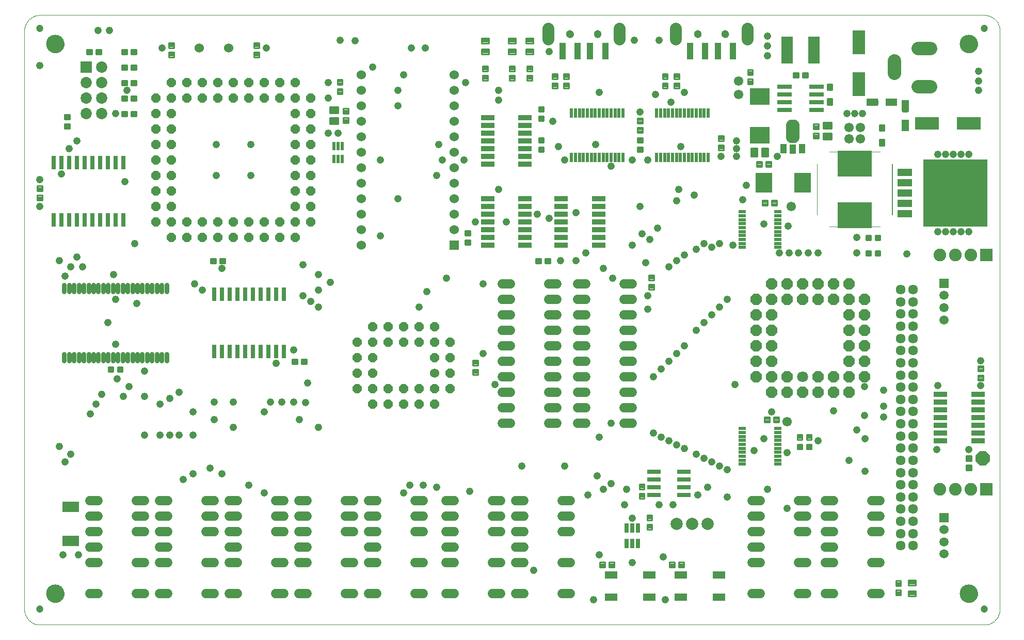
<source format=gts>
G75*
%MOIN*%
%OFA0B0*%
%FSLAX24Y24*%
%IPPOS*%
%LPD*%
%AMOC8*
5,1,8,0,0,1.08239X$1,22.5*
%
%ADD10C,0.0000*%
%ADD11C,0.1182*%
%ADD12R,0.0750X0.0500*%
%ADD13R,0.0500X0.0750*%
%ADD14OC8,0.0600*%
%ADD15C,0.0297*%
%ADD16C,0.0600*%
%ADD17R,0.0860X0.0300*%
%ADD18R,0.0300X0.0600*%
%ADD19R,0.0600X0.0600*%
%ADD20C,0.0600*%
%ADD21R,0.0470X0.0200*%
%ADD22R,0.0217X0.0630*%
%ADD23C,0.0880*%
%ADD24R,0.0595X0.0595*%
%ADD25C,0.0595*%
%ADD26C,0.0107*%
%ADD27R,0.0789X0.0513*%
%ADD28C,0.0789*%
%ADD29R,0.0880X0.0340*%
%ADD30R,0.1580X0.0830*%
%ADD31R,0.0830X0.1580*%
%ADD32R,0.1080X0.1280*%
%ADD33R,0.1280X0.1080*%
%ADD34R,0.0749X0.1734*%
%ADD35R,0.1080X0.0680*%
%ADD36C,0.0099*%
%ADD37C,0.0472*%
%ADD38C,0.0710*%
%ADD39OC8,0.0710*%
%ADD40R,0.0300X0.0860*%
%ADD41R,0.0395X0.1064*%
%ADD42C,0.0780*%
%ADD43C,0.0513*%
%ADD44C,0.0395*%
%ADD45R,0.0946X0.0316*%
%ADD46R,0.4178X0.4332*%
%ADD47R,0.0930X0.0500*%
%ADD48R,0.0395X0.0631*%
%ADD49C,0.0660*%
%ADD50R,0.0394X0.0630*%
%ADD51C,0.0120*%
%ADD52R,0.0820X0.0820*%
%ADD53C,0.0820*%
%ADD54C,0.0634*%
%ADD55OC8,0.0930*%
%ADD56C,0.0080*%
%ADD57R,0.2245X0.1655*%
%ADD58R,0.0220X0.0540*%
%ADD59R,0.0730X0.0730*%
%ADD60C,0.0730*%
%ADD61C,0.0476*%
%ADD62C,0.0437*%
%ADD63C,0.0611*%
D10*
X000350Y001350D02*
X000350Y038720D01*
X000352Y038780D01*
X000357Y038841D01*
X000366Y038900D01*
X000379Y038959D01*
X000395Y039018D01*
X000415Y039075D01*
X000438Y039130D01*
X000465Y039185D01*
X000494Y039237D01*
X000527Y039288D01*
X000563Y039337D01*
X000601Y039383D01*
X000643Y039427D01*
X000687Y039469D01*
X000733Y039507D01*
X000782Y039543D01*
X000833Y039576D01*
X000885Y039605D01*
X000940Y039632D01*
X000995Y039655D01*
X001052Y039675D01*
X001111Y039691D01*
X001170Y039704D01*
X001229Y039713D01*
X001290Y039718D01*
X001350Y039720D01*
X062342Y039720D01*
X062402Y039718D01*
X062463Y039713D01*
X062522Y039704D01*
X062581Y039691D01*
X062640Y039675D01*
X062697Y039655D01*
X062752Y039632D01*
X062807Y039605D01*
X062859Y039576D01*
X062910Y039543D01*
X062959Y039507D01*
X063005Y039469D01*
X063049Y039427D01*
X063091Y039383D01*
X063129Y039337D01*
X063165Y039288D01*
X063198Y039237D01*
X063227Y039185D01*
X063254Y039130D01*
X063277Y039075D01*
X063297Y039018D01*
X063313Y038959D01*
X063326Y038900D01*
X063335Y038841D01*
X063340Y038780D01*
X063342Y038720D01*
X063342Y001350D01*
X063340Y001290D01*
X063335Y001229D01*
X063326Y001170D01*
X063313Y001111D01*
X063297Y001052D01*
X063277Y000995D01*
X063254Y000940D01*
X063227Y000885D01*
X063198Y000833D01*
X063165Y000782D01*
X063129Y000733D01*
X063091Y000687D01*
X063049Y000643D01*
X063005Y000601D01*
X062959Y000563D01*
X062910Y000527D01*
X062859Y000494D01*
X062807Y000465D01*
X062752Y000438D01*
X062697Y000415D01*
X062640Y000395D01*
X062581Y000379D01*
X062522Y000366D01*
X062463Y000357D01*
X062402Y000352D01*
X062342Y000350D01*
X001350Y000350D01*
X001290Y000352D01*
X001229Y000357D01*
X001170Y000366D01*
X001111Y000379D01*
X001052Y000395D01*
X000995Y000415D01*
X000940Y000438D01*
X000885Y000465D01*
X000833Y000494D01*
X000782Y000527D01*
X000733Y000563D01*
X000687Y000601D01*
X000643Y000643D01*
X000601Y000687D01*
X000563Y000733D01*
X000527Y000782D01*
X000494Y000833D01*
X000465Y000885D01*
X000438Y000940D01*
X000415Y000995D01*
X000395Y001052D01*
X000379Y001111D01*
X000366Y001170D01*
X000357Y001229D01*
X000352Y001290D01*
X000350Y001350D01*
X001799Y002350D02*
X001801Y002397D01*
X001807Y002443D01*
X001817Y002489D01*
X001830Y002534D01*
X001848Y002577D01*
X001869Y002619D01*
X001893Y002659D01*
X001921Y002696D01*
X001952Y002731D01*
X001986Y002764D01*
X002022Y002793D01*
X002061Y002819D01*
X002102Y002842D01*
X002145Y002861D01*
X002189Y002877D01*
X002234Y002889D01*
X002280Y002897D01*
X002327Y002901D01*
X002373Y002901D01*
X002420Y002897D01*
X002466Y002889D01*
X002511Y002877D01*
X002555Y002861D01*
X002598Y002842D01*
X002639Y002819D01*
X002678Y002793D01*
X002714Y002764D01*
X002748Y002731D01*
X002779Y002696D01*
X002807Y002659D01*
X002831Y002619D01*
X002852Y002577D01*
X002870Y002534D01*
X002883Y002489D01*
X002893Y002443D01*
X002899Y002397D01*
X002901Y002350D01*
X002899Y002303D01*
X002893Y002257D01*
X002883Y002211D01*
X002870Y002166D01*
X002852Y002123D01*
X002831Y002081D01*
X002807Y002041D01*
X002779Y002004D01*
X002748Y001969D01*
X002714Y001936D01*
X002678Y001907D01*
X002639Y001881D01*
X002598Y001858D01*
X002555Y001839D01*
X002511Y001823D01*
X002466Y001811D01*
X002420Y001803D01*
X002373Y001799D01*
X002327Y001799D01*
X002280Y001803D01*
X002234Y001811D01*
X002189Y001823D01*
X002145Y001839D01*
X002102Y001858D01*
X002061Y001881D01*
X002022Y001907D01*
X001986Y001936D01*
X001952Y001969D01*
X001921Y002004D01*
X001893Y002041D01*
X001869Y002081D01*
X001848Y002123D01*
X001830Y002166D01*
X001817Y002211D01*
X001807Y002257D01*
X001801Y002303D01*
X001799Y002350D01*
X001799Y037850D02*
X001801Y037897D01*
X001807Y037943D01*
X001817Y037989D01*
X001830Y038034D01*
X001848Y038077D01*
X001869Y038119D01*
X001893Y038159D01*
X001921Y038196D01*
X001952Y038231D01*
X001986Y038264D01*
X002022Y038293D01*
X002061Y038319D01*
X002102Y038342D01*
X002145Y038361D01*
X002189Y038377D01*
X002234Y038389D01*
X002280Y038397D01*
X002327Y038401D01*
X002373Y038401D01*
X002420Y038397D01*
X002466Y038389D01*
X002511Y038377D01*
X002555Y038361D01*
X002598Y038342D01*
X002639Y038319D01*
X002678Y038293D01*
X002714Y038264D01*
X002748Y038231D01*
X002779Y038196D01*
X002807Y038159D01*
X002831Y038119D01*
X002852Y038077D01*
X002870Y038034D01*
X002883Y037989D01*
X002893Y037943D01*
X002899Y037897D01*
X002901Y037850D01*
X002899Y037803D01*
X002893Y037757D01*
X002883Y037711D01*
X002870Y037666D01*
X002852Y037623D01*
X002831Y037581D01*
X002807Y037541D01*
X002779Y037504D01*
X002748Y037469D01*
X002714Y037436D01*
X002678Y037407D01*
X002639Y037381D01*
X002598Y037358D01*
X002555Y037339D01*
X002511Y037323D01*
X002466Y037311D01*
X002420Y037303D01*
X002373Y037299D01*
X002327Y037299D01*
X002280Y037303D01*
X002234Y037311D01*
X002189Y037323D01*
X002145Y037339D01*
X002102Y037358D01*
X002061Y037381D01*
X002022Y037407D01*
X001986Y037436D01*
X001952Y037469D01*
X001921Y037504D01*
X001893Y037541D01*
X001869Y037581D01*
X001848Y037623D01*
X001830Y037666D01*
X001817Y037711D01*
X001807Y037757D01*
X001801Y037803D01*
X001799Y037850D01*
X034015Y038209D02*
X034017Y038234D01*
X034023Y038258D01*
X034032Y038280D01*
X034045Y038301D01*
X034061Y038320D01*
X034080Y038336D01*
X034101Y038349D01*
X034123Y038358D01*
X034147Y038364D01*
X034172Y038366D01*
X034197Y038364D01*
X034221Y038358D01*
X034243Y038349D01*
X034264Y038336D01*
X034283Y038320D01*
X034299Y038301D01*
X034312Y038280D01*
X034321Y038258D01*
X034327Y038234D01*
X034329Y038209D01*
X034327Y038184D01*
X034321Y038160D01*
X034312Y038138D01*
X034299Y038117D01*
X034283Y038098D01*
X034264Y038082D01*
X034243Y038069D01*
X034221Y038060D01*
X034197Y038054D01*
X034172Y038052D01*
X034147Y038054D01*
X034123Y038060D01*
X034101Y038069D01*
X034080Y038082D01*
X034061Y038098D01*
X034045Y038117D01*
X034032Y038138D01*
X034023Y038160D01*
X034017Y038184D01*
X034015Y038209D01*
X034015Y038367D02*
X034017Y038392D01*
X034023Y038416D01*
X034032Y038438D01*
X034045Y038459D01*
X034061Y038478D01*
X034080Y038494D01*
X034101Y038507D01*
X034123Y038516D01*
X034147Y038522D01*
X034172Y038524D01*
X034197Y038522D01*
X034221Y038516D01*
X034243Y038507D01*
X034264Y038494D01*
X034283Y038478D01*
X034299Y038459D01*
X034312Y038438D01*
X034321Y038416D01*
X034327Y038392D01*
X034329Y038367D01*
X034327Y038342D01*
X034321Y038318D01*
X034312Y038296D01*
X034299Y038275D01*
X034283Y038256D01*
X034264Y038240D01*
X034243Y038227D01*
X034221Y038218D01*
X034197Y038212D01*
X034172Y038210D01*
X034147Y038212D01*
X034123Y038218D01*
X034101Y038227D01*
X034080Y038240D01*
X034061Y038256D01*
X034045Y038275D01*
X034032Y038296D01*
X034023Y038318D01*
X034017Y038342D01*
X034015Y038367D01*
X034015Y038682D02*
X034017Y038707D01*
X034023Y038731D01*
X034032Y038753D01*
X034045Y038774D01*
X034061Y038793D01*
X034080Y038809D01*
X034101Y038822D01*
X034123Y038831D01*
X034147Y038837D01*
X034172Y038839D01*
X034197Y038837D01*
X034221Y038831D01*
X034243Y038822D01*
X034264Y038809D01*
X034283Y038793D01*
X034299Y038774D01*
X034312Y038753D01*
X034321Y038731D01*
X034327Y038707D01*
X034329Y038682D01*
X034327Y038657D01*
X034321Y038633D01*
X034312Y038611D01*
X034299Y038590D01*
X034283Y038571D01*
X034264Y038555D01*
X034243Y038542D01*
X034221Y038533D01*
X034197Y038527D01*
X034172Y038525D01*
X034147Y038527D01*
X034123Y038533D01*
X034101Y038542D01*
X034080Y038555D01*
X034061Y038571D01*
X034045Y038590D01*
X034032Y038611D01*
X034023Y038633D01*
X034017Y038657D01*
X034015Y038682D01*
X034015Y038839D02*
X034017Y038864D01*
X034023Y038888D01*
X034032Y038910D01*
X034045Y038931D01*
X034061Y038950D01*
X034080Y038966D01*
X034101Y038979D01*
X034123Y038988D01*
X034147Y038994D01*
X034172Y038996D01*
X034197Y038994D01*
X034221Y038988D01*
X034243Y038979D01*
X034264Y038966D01*
X034283Y038950D01*
X034299Y038931D01*
X034312Y038910D01*
X034321Y038888D01*
X034327Y038864D01*
X034329Y038839D01*
X034327Y038814D01*
X034321Y038790D01*
X034312Y038768D01*
X034299Y038747D01*
X034283Y038728D01*
X034264Y038712D01*
X034243Y038699D01*
X034221Y038690D01*
X034197Y038684D01*
X034172Y038682D01*
X034147Y038684D01*
X034123Y038690D01*
X034101Y038699D01*
X034080Y038712D01*
X034061Y038728D01*
X034045Y038747D01*
X034032Y038768D01*
X034023Y038790D01*
X034017Y038814D01*
X034015Y038839D01*
X035372Y038497D02*
X035374Y038526D01*
X035380Y038554D01*
X035389Y038582D01*
X035402Y038608D01*
X035419Y038631D01*
X035438Y038653D01*
X035460Y038672D01*
X035485Y038687D01*
X035511Y038700D01*
X035539Y038708D01*
X035567Y038713D01*
X035596Y038714D01*
X035625Y038711D01*
X035653Y038704D01*
X035680Y038694D01*
X035706Y038680D01*
X035729Y038663D01*
X035750Y038643D01*
X035768Y038620D01*
X035783Y038595D01*
X035794Y038568D01*
X035802Y038540D01*
X035806Y038511D01*
X035806Y038483D01*
X035802Y038454D01*
X035794Y038426D01*
X035783Y038399D01*
X035768Y038374D01*
X035750Y038351D01*
X035729Y038331D01*
X035706Y038314D01*
X035680Y038300D01*
X035653Y038290D01*
X035625Y038283D01*
X035596Y038280D01*
X035567Y038281D01*
X035539Y038286D01*
X035511Y038294D01*
X035485Y038307D01*
X035460Y038322D01*
X035438Y038341D01*
X035419Y038363D01*
X035402Y038386D01*
X035389Y038412D01*
X035380Y038440D01*
X035374Y038468D01*
X035372Y038497D01*
X037144Y038497D02*
X037146Y038526D01*
X037152Y038554D01*
X037161Y038582D01*
X037174Y038608D01*
X037191Y038631D01*
X037210Y038653D01*
X037232Y038672D01*
X037257Y038687D01*
X037283Y038700D01*
X037311Y038708D01*
X037339Y038713D01*
X037368Y038714D01*
X037397Y038711D01*
X037425Y038704D01*
X037452Y038694D01*
X037478Y038680D01*
X037501Y038663D01*
X037522Y038643D01*
X037540Y038620D01*
X037555Y038595D01*
X037566Y038568D01*
X037574Y038540D01*
X037578Y038511D01*
X037578Y038483D01*
X037574Y038454D01*
X037566Y038426D01*
X037555Y038399D01*
X037540Y038374D01*
X037522Y038351D01*
X037501Y038331D01*
X037478Y038314D01*
X037452Y038300D01*
X037425Y038290D01*
X037397Y038283D01*
X037368Y038280D01*
X037339Y038281D01*
X037311Y038286D01*
X037283Y038294D01*
X037257Y038307D01*
X037232Y038322D01*
X037210Y038341D01*
X037191Y038363D01*
X037174Y038386D01*
X037161Y038412D01*
X037152Y038440D01*
X037146Y038468D01*
X037144Y038497D01*
X038621Y038367D02*
X038623Y038392D01*
X038629Y038416D01*
X038638Y038438D01*
X038651Y038459D01*
X038667Y038478D01*
X038686Y038494D01*
X038707Y038507D01*
X038729Y038516D01*
X038753Y038522D01*
X038778Y038524D01*
X038803Y038522D01*
X038827Y038516D01*
X038849Y038507D01*
X038870Y038494D01*
X038889Y038478D01*
X038905Y038459D01*
X038918Y038438D01*
X038927Y038416D01*
X038933Y038392D01*
X038935Y038367D01*
X038933Y038342D01*
X038927Y038318D01*
X038918Y038296D01*
X038905Y038275D01*
X038889Y038256D01*
X038870Y038240D01*
X038849Y038227D01*
X038827Y038218D01*
X038803Y038212D01*
X038778Y038210D01*
X038753Y038212D01*
X038729Y038218D01*
X038707Y038227D01*
X038686Y038240D01*
X038667Y038256D01*
X038651Y038275D01*
X038638Y038296D01*
X038629Y038318D01*
X038623Y038342D01*
X038621Y038367D01*
X038621Y038209D02*
X038623Y038234D01*
X038629Y038258D01*
X038638Y038280D01*
X038651Y038301D01*
X038667Y038320D01*
X038686Y038336D01*
X038707Y038349D01*
X038729Y038358D01*
X038753Y038364D01*
X038778Y038366D01*
X038803Y038364D01*
X038827Y038358D01*
X038849Y038349D01*
X038870Y038336D01*
X038889Y038320D01*
X038905Y038301D01*
X038918Y038280D01*
X038927Y038258D01*
X038933Y038234D01*
X038935Y038209D01*
X038933Y038184D01*
X038927Y038160D01*
X038918Y038138D01*
X038905Y038117D01*
X038889Y038098D01*
X038870Y038082D01*
X038849Y038069D01*
X038827Y038060D01*
X038803Y038054D01*
X038778Y038052D01*
X038753Y038054D01*
X038729Y038060D01*
X038707Y038069D01*
X038686Y038082D01*
X038667Y038098D01*
X038651Y038117D01*
X038638Y038138D01*
X038629Y038160D01*
X038623Y038184D01*
X038621Y038209D01*
X038621Y038682D02*
X038623Y038707D01*
X038629Y038731D01*
X038638Y038753D01*
X038651Y038774D01*
X038667Y038793D01*
X038686Y038809D01*
X038707Y038822D01*
X038729Y038831D01*
X038753Y038837D01*
X038778Y038839D01*
X038803Y038837D01*
X038827Y038831D01*
X038849Y038822D01*
X038870Y038809D01*
X038889Y038793D01*
X038905Y038774D01*
X038918Y038753D01*
X038927Y038731D01*
X038933Y038707D01*
X038935Y038682D01*
X038933Y038657D01*
X038927Y038633D01*
X038918Y038611D01*
X038905Y038590D01*
X038889Y038571D01*
X038870Y038555D01*
X038849Y038542D01*
X038827Y038533D01*
X038803Y038527D01*
X038778Y038525D01*
X038753Y038527D01*
X038729Y038533D01*
X038707Y038542D01*
X038686Y038555D01*
X038667Y038571D01*
X038651Y038590D01*
X038638Y038611D01*
X038629Y038633D01*
X038623Y038657D01*
X038621Y038682D01*
X038621Y038839D02*
X038623Y038864D01*
X038629Y038888D01*
X038638Y038910D01*
X038651Y038931D01*
X038667Y038950D01*
X038686Y038966D01*
X038707Y038979D01*
X038729Y038988D01*
X038753Y038994D01*
X038778Y038996D01*
X038803Y038994D01*
X038827Y038988D01*
X038849Y038979D01*
X038870Y038966D01*
X038889Y038950D01*
X038905Y038931D01*
X038918Y038910D01*
X038927Y038888D01*
X038933Y038864D01*
X038935Y038839D01*
X038933Y038814D01*
X038927Y038790D01*
X038918Y038768D01*
X038905Y038747D01*
X038889Y038728D01*
X038870Y038712D01*
X038849Y038699D01*
X038827Y038690D01*
X038803Y038684D01*
X038778Y038682D01*
X038753Y038684D01*
X038729Y038690D01*
X038707Y038699D01*
X038686Y038712D01*
X038667Y038728D01*
X038651Y038747D01*
X038638Y038768D01*
X038629Y038790D01*
X038623Y038814D01*
X038621Y038839D01*
X042265Y038839D02*
X042267Y038864D01*
X042273Y038888D01*
X042282Y038910D01*
X042295Y038931D01*
X042311Y038950D01*
X042330Y038966D01*
X042351Y038979D01*
X042373Y038988D01*
X042397Y038994D01*
X042422Y038996D01*
X042447Y038994D01*
X042471Y038988D01*
X042493Y038979D01*
X042514Y038966D01*
X042533Y038950D01*
X042549Y038931D01*
X042562Y038910D01*
X042571Y038888D01*
X042577Y038864D01*
X042579Y038839D01*
X042577Y038814D01*
X042571Y038790D01*
X042562Y038768D01*
X042549Y038747D01*
X042533Y038728D01*
X042514Y038712D01*
X042493Y038699D01*
X042471Y038690D01*
X042447Y038684D01*
X042422Y038682D01*
X042397Y038684D01*
X042373Y038690D01*
X042351Y038699D01*
X042330Y038712D01*
X042311Y038728D01*
X042295Y038747D01*
X042282Y038768D01*
X042273Y038790D01*
X042267Y038814D01*
X042265Y038839D01*
X042265Y038682D02*
X042267Y038707D01*
X042273Y038731D01*
X042282Y038753D01*
X042295Y038774D01*
X042311Y038793D01*
X042330Y038809D01*
X042351Y038822D01*
X042373Y038831D01*
X042397Y038837D01*
X042422Y038839D01*
X042447Y038837D01*
X042471Y038831D01*
X042493Y038822D01*
X042514Y038809D01*
X042533Y038793D01*
X042549Y038774D01*
X042562Y038753D01*
X042571Y038731D01*
X042577Y038707D01*
X042579Y038682D01*
X042577Y038657D01*
X042571Y038633D01*
X042562Y038611D01*
X042549Y038590D01*
X042533Y038571D01*
X042514Y038555D01*
X042493Y038542D01*
X042471Y038533D01*
X042447Y038527D01*
X042422Y038525D01*
X042397Y038527D01*
X042373Y038533D01*
X042351Y038542D01*
X042330Y038555D01*
X042311Y038571D01*
X042295Y038590D01*
X042282Y038611D01*
X042273Y038633D01*
X042267Y038657D01*
X042265Y038682D01*
X042265Y038367D02*
X042267Y038392D01*
X042273Y038416D01*
X042282Y038438D01*
X042295Y038459D01*
X042311Y038478D01*
X042330Y038494D01*
X042351Y038507D01*
X042373Y038516D01*
X042397Y038522D01*
X042422Y038524D01*
X042447Y038522D01*
X042471Y038516D01*
X042493Y038507D01*
X042514Y038494D01*
X042533Y038478D01*
X042549Y038459D01*
X042562Y038438D01*
X042571Y038416D01*
X042577Y038392D01*
X042579Y038367D01*
X042577Y038342D01*
X042571Y038318D01*
X042562Y038296D01*
X042549Y038275D01*
X042533Y038256D01*
X042514Y038240D01*
X042493Y038227D01*
X042471Y038218D01*
X042447Y038212D01*
X042422Y038210D01*
X042397Y038212D01*
X042373Y038218D01*
X042351Y038227D01*
X042330Y038240D01*
X042311Y038256D01*
X042295Y038275D01*
X042282Y038296D01*
X042273Y038318D01*
X042267Y038342D01*
X042265Y038367D01*
X042265Y038209D02*
X042267Y038234D01*
X042273Y038258D01*
X042282Y038280D01*
X042295Y038301D01*
X042311Y038320D01*
X042330Y038336D01*
X042351Y038349D01*
X042373Y038358D01*
X042397Y038364D01*
X042422Y038366D01*
X042447Y038364D01*
X042471Y038358D01*
X042493Y038349D01*
X042514Y038336D01*
X042533Y038320D01*
X042549Y038301D01*
X042562Y038280D01*
X042571Y038258D01*
X042577Y038234D01*
X042579Y038209D01*
X042577Y038184D01*
X042571Y038160D01*
X042562Y038138D01*
X042549Y038117D01*
X042533Y038098D01*
X042514Y038082D01*
X042493Y038069D01*
X042471Y038060D01*
X042447Y038054D01*
X042422Y038052D01*
X042397Y038054D01*
X042373Y038060D01*
X042351Y038069D01*
X042330Y038082D01*
X042311Y038098D01*
X042295Y038117D01*
X042282Y038138D01*
X042273Y038160D01*
X042267Y038184D01*
X042265Y038209D01*
X043622Y038497D02*
X043624Y038526D01*
X043630Y038554D01*
X043639Y038582D01*
X043652Y038608D01*
X043669Y038631D01*
X043688Y038653D01*
X043710Y038672D01*
X043735Y038687D01*
X043761Y038700D01*
X043789Y038708D01*
X043817Y038713D01*
X043846Y038714D01*
X043875Y038711D01*
X043903Y038704D01*
X043930Y038694D01*
X043956Y038680D01*
X043979Y038663D01*
X044000Y038643D01*
X044018Y038620D01*
X044033Y038595D01*
X044044Y038568D01*
X044052Y038540D01*
X044056Y038511D01*
X044056Y038483D01*
X044052Y038454D01*
X044044Y038426D01*
X044033Y038399D01*
X044018Y038374D01*
X044000Y038351D01*
X043979Y038331D01*
X043956Y038314D01*
X043930Y038300D01*
X043903Y038290D01*
X043875Y038283D01*
X043846Y038280D01*
X043817Y038281D01*
X043789Y038286D01*
X043761Y038294D01*
X043735Y038307D01*
X043710Y038322D01*
X043688Y038341D01*
X043669Y038363D01*
X043652Y038386D01*
X043639Y038412D01*
X043630Y038440D01*
X043624Y038468D01*
X043622Y038497D01*
X045394Y038497D02*
X045396Y038526D01*
X045402Y038554D01*
X045411Y038582D01*
X045424Y038608D01*
X045441Y038631D01*
X045460Y038653D01*
X045482Y038672D01*
X045507Y038687D01*
X045533Y038700D01*
X045561Y038708D01*
X045589Y038713D01*
X045618Y038714D01*
X045647Y038711D01*
X045675Y038704D01*
X045702Y038694D01*
X045728Y038680D01*
X045751Y038663D01*
X045772Y038643D01*
X045790Y038620D01*
X045805Y038595D01*
X045816Y038568D01*
X045824Y038540D01*
X045828Y038511D01*
X045828Y038483D01*
X045824Y038454D01*
X045816Y038426D01*
X045805Y038399D01*
X045790Y038374D01*
X045772Y038351D01*
X045751Y038331D01*
X045728Y038314D01*
X045702Y038300D01*
X045675Y038290D01*
X045647Y038283D01*
X045618Y038280D01*
X045589Y038281D01*
X045561Y038286D01*
X045533Y038294D01*
X045507Y038307D01*
X045482Y038322D01*
X045460Y038341D01*
X045441Y038363D01*
X045424Y038386D01*
X045411Y038412D01*
X045402Y038440D01*
X045396Y038468D01*
X045394Y038497D01*
X046871Y038367D02*
X046873Y038392D01*
X046879Y038416D01*
X046888Y038438D01*
X046901Y038459D01*
X046917Y038478D01*
X046936Y038494D01*
X046957Y038507D01*
X046979Y038516D01*
X047003Y038522D01*
X047028Y038524D01*
X047053Y038522D01*
X047077Y038516D01*
X047099Y038507D01*
X047120Y038494D01*
X047139Y038478D01*
X047155Y038459D01*
X047168Y038438D01*
X047177Y038416D01*
X047183Y038392D01*
X047185Y038367D01*
X047183Y038342D01*
X047177Y038318D01*
X047168Y038296D01*
X047155Y038275D01*
X047139Y038256D01*
X047120Y038240D01*
X047099Y038227D01*
X047077Y038218D01*
X047053Y038212D01*
X047028Y038210D01*
X047003Y038212D01*
X046979Y038218D01*
X046957Y038227D01*
X046936Y038240D01*
X046917Y038256D01*
X046901Y038275D01*
X046888Y038296D01*
X046879Y038318D01*
X046873Y038342D01*
X046871Y038367D01*
X046871Y038209D02*
X046873Y038234D01*
X046879Y038258D01*
X046888Y038280D01*
X046901Y038301D01*
X046917Y038320D01*
X046936Y038336D01*
X046957Y038349D01*
X046979Y038358D01*
X047003Y038364D01*
X047028Y038366D01*
X047053Y038364D01*
X047077Y038358D01*
X047099Y038349D01*
X047120Y038336D01*
X047139Y038320D01*
X047155Y038301D01*
X047168Y038280D01*
X047177Y038258D01*
X047183Y038234D01*
X047185Y038209D01*
X047183Y038184D01*
X047177Y038160D01*
X047168Y038138D01*
X047155Y038117D01*
X047139Y038098D01*
X047120Y038082D01*
X047099Y038069D01*
X047077Y038060D01*
X047053Y038054D01*
X047028Y038052D01*
X047003Y038054D01*
X046979Y038060D01*
X046957Y038069D01*
X046936Y038082D01*
X046917Y038098D01*
X046901Y038117D01*
X046888Y038138D01*
X046879Y038160D01*
X046873Y038184D01*
X046871Y038209D01*
X046871Y038682D02*
X046873Y038707D01*
X046879Y038731D01*
X046888Y038753D01*
X046901Y038774D01*
X046917Y038793D01*
X046936Y038809D01*
X046957Y038822D01*
X046979Y038831D01*
X047003Y038837D01*
X047028Y038839D01*
X047053Y038837D01*
X047077Y038831D01*
X047099Y038822D01*
X047120Y038809D01*
X047139Y038793D01*
X047155Y038774D01*
X047168Y038753D01*
X047177Y038731D01*
X047183Y038707D01*
X047185Y038682D01*
X047183Y038657D01*
X047177Y038633D01*
X047168Y038611D01*
X047155Y038590D01*
X047139Y038571D01*
X047120Y038555D01*
X047099Y038542D01*
X047077Y038533D01*
X047053Y038527D01*
X047028Y038525D01*
X047003Y038527D01*
X046979Y038533D01*
X046957Y038542D01*
X046936Y038555D01*
X046917Y038571D01*
X046901Y038590D01*
X046888Y038611D01*
X046879Y038633D01*
X046873Y038657D01*
X046871Y038682D01*
X046871Y038839D02*
X046873Y038864D01*
X046879Y038888D01*
X046888Y038910D01*
X046901Y038931D01*
X046917Y038950D01*
X046936Y038966D01*
X046957Y038979D01*
X046979Y038988D01*
X047003Y038994D01*
X047028Y038996D01*
X047053Y038994D01*
X047077Y038988D01*
X047099Y038979D01*
X047120Y038966D01*
X047139Y038950D01*
X047155Y038931D01*
X047168Y038910D01*
X047177Y038888D01*
X047183Y038864D01*
X047185Y038839D01*
X047183Y038814D01*
X047177Y038790D01*
X047168Y038768D01*
X047155Y038747D01*
X047139Y038728D01*
X047120Y038712D01*
X047099Y038699D01*
X047077Y038690D01*
X047053Y038684D01*
X047028Y038682D01*
X047003Y038684D01*
X046979Y038690D01*
X046957Y038699D01*
X046936Y038712D01*
X046917Y038728D01*
X046901Y038747D01*
X046888Y038768D01*
X046879Y038790D01*
X046873Y038814D01*
X046871Y038839D01*
X052341Y030896D02*
X055609Y030896D01*
X051554Y030109D02*
X051554Y026841D01*
X052341Y026054D02*
X055609Y026054D01*
X060799Y037850D02*
X060801Y037897D01*
X060807Y037943D01*
X060817Y037989D01*
X060830Y038034D01*
X060848Y038077D01*
X060869Y038119D01*
X060893Y038159D01*
X060921Y038196D01*
X060952Y038231D01*
X060986Y038264D01*
X061022Y038293D01*
X061061Y038319D01*
X061102Y038342D01*
X061145Y038361D01*
X061189Y038377D01*
X061234Y038389D01*
X061280Y038397D01*
X061327Y038401D01*
X061373Y038401D01*
X061420Y038397D01*
X061466Y038389D01*
X061511Y038377D01*
X061555Y038361D01*
X061598Y038342D01*
X061639Y038319D01*
X061678Y038293D01*
X061714Y038264D01*
X061748Y038231D01*
X061779Y038196D01*
X061807Y038159D01*
X061831Y038119D01*
X061852Y038077D01*
X061870Y038034D01*
X061883Y037989D01*
X061893Y037943D01*
X061899Y037897D01*
X061901Y037850D01*
X061899Y037803D01*
X061893Y037757D01*
X061883Y037711D01*
X061870Y037666D01*
X061852Y037623D01*
X061831Y037581D01*
X061807Y037541D01*
X061779Y037504D01*
X061748Y037469D01*
X061714Y037436D01*
X061678Y037407D01*
X061639Y037381D01*
X061598Y037358D01*
X061555Y037339D01*
X061511Y037323D01*
X061466Y037311D01*
X061420Y037303D01*
X061373Y037299D01*
X061327Y037299D01*
X061280Y037303D01*
X061234Y037311D01*
X061189Y037323D01*
X061145Y037339D01*
X061102Y037358D01*
X061061Y037381D01*
X061022Y037407D01*
X060986Y037436D01*
X060952Y037469D01*
X060921Y037504D01*
X060893Y037541D01*
X060869Y037581D01*
X060848Y037623D01*
X060830Y037666D01*
X060817Y037711D01*
X060807Y037757D01*
X060801Y037803D01*
X060799Y037850D01*
X060799Y002350D02*
X060801Y002397D01*
X060807Y002443D01*
X060817Y002489D01*
X060830Y002534D01*
X060848Y002577D01*
X060869Y002619D01*
X060893Y002659D01*
X060921Y002696D01*
X060952Y002731D01*
X060986Y002764D01*
X061022Y002793D01*
X061061Y002819D01*
X061102Y002842D01*
X061145Y002861D01*
X061189Y002877D01*
X061234Y002889D01*
X061280Y002897D01*
X061327Y002901D01*
X061373Y002901D01*
X061420Y002897D01*
X061466Y002889D01*
X061511Y002877D01*
X061555Y002861D01*
X061598Y002842D01*
X061639Y002819D01*
X061678Y002793D01*
X061714Y002764D01*
X061748Y002731D01*
X061779Y002696D01*
X061807Y002659D01*
X061831Y002619D01*
X061852Y002577D01*
X061870Y002534D01*
X061883Y002489D01*
X061893Y002443D01*
X061899Y002397D01*
X061901Y002350D01*
X061899Y002303D01*
X061893Y002257D01*
X061883Y002211D01*
X061870Y002166D01*
X061852Y002123D01*
X061831Y002081D01*
X061807Y002041D01*
X061779Y002004D01*
X061748Y001969D01*
X061714Y001936D01*
X061678Y001907D01*
X061639Y001881D01*
X061598Y001858D01*
X061555Y001839D01*
X061511Y001823D01*
X061466Y001811D01*
X061420Y001803D01*
X061373Y001799D01*
X061327Y001799D01*
X061280Y001803D01*
X061234Y001811D01*
X061189Y001823D01*
X061145Y001839D01*
X061102Y001858D01*
X061061Y001881D01*
X061022Y001907D01*
X060986Y001936D01*
X060952Y001969D01*
X060921Y002004D01*
X060893Y002041D01*
X060869Y002081D01*
X060848Y002123D01*
X060830Y002166D01*
X060817Y002211D01*
X060807Y002257D01*
X060801Y002303D01*
X060799Y002350D01*
D11*
X061350Y002350D03*
X061350Y037850D03*
X002350Y037850D03*
X002350Y002350D03*
D12*
X055100Y034100D03*
X056350Y034100D03*
D13*
X057225Y033850D03*
X057225Y032600D03*
D14*
X027850Y018600D03*
X026850Y018600D03*
X026850Y017600D03*
X027850Y017600D03*
X027850Y016600D03*
X027850Y015600D03*
X026850Y015600D03*
X026850Y014600D03*
X025850Y014600D03*
X024850Y014600D03*
X024850Y015600D03*
X025850Y015600D03*
X023850Y015600D03*
X023850Y014600D03*
X022850Y014600D03*
X022850Y015600D03*
X021850Y015600D03*
X021850Y016600D03*
X022850Y016600D03*
X022850Y017600D03*
X021850Y017600D03*
X021850Y018600D03*
X022850Y018600D03*
X022850Y019600D03*
X023850Y019600D03*
X023850Y018600D03*
X024850Y018600D03*
X025850Y018600D03*
X025850Y019600D03*
X024850Y019600D03*
X026850Y019600D03*
X017850Y025350D03*
X017850Y026350D03*
X018850Y026350D03*
X018850Y027350D03*
X017850Y027350D03*
X016850Y026350D03*
X016850Y025350D03*
X015850Y025350D03*
X014850Y025350D03*
X014850Y026350D03*
X015850Y026350D03*
X013850Y026350D03*
X012850Y026350D03*
X012850Y025350D03*
X013850Y025350D03*
X011850Y025350D03*
X010850Y025350D03*
X010850Y026350D03*
X011850Y026350D03*
X009850Y026350D03*
X009850Y025350D03*
X008850Y026350D03*
X008850Y027350D03*
X009850Y027350D03*
X009850Y028350D03*
X009850Y029350D03*
X009850Y030350D03*
X009850Y031350D03*
X009850Y032350D03*
X008850Y032350D03*
X008850Y031350D03*
X008850Y030350D03*
X008850Y029350D03*
X008850Y028350D03*
X008850Y033350D03*
X008850Y034350D03*
X009850Y034350D03*
X009850Y033350D03*
X010850Y034350D03*
X011850Y034350D03*
X011850Y035350D03*
X010850Y035350D03*
X009850Y035350D03*
X012850Y035350D03*
X013850Y035350D03*
X013850Y034350D03*
X012850Y034350D03*
X014850Y034350D03*
X015850Y034350D03*
X015850Y035350D03*
X014850Y035350D03*
X016850Y035350D03*
X016850Y034350D03*
X017850Y034350D03*
X018850Y034350D03*
X018850Y033350D03*
X017850Y033350D03*
X017850Y032350D03*
X018850Y032350D03*
X018850Y031350D03*
X017850Y031350D03*
X017850Y030350D03*
X018850Y030350D03*
X018850Y029350D03*
X017850Y029350D03*
X017850Y028350D03*
X018850Y028350D03*
X017850Y035350D03*
D15*
X009532Y022293D02*
X009532Y022293D01*
X009532Y021879D01*
X009532Y021879D01*
X009532Y022293D01*
X009532Y022175D02*
X009532Y022175D01*
X009217Y022293D02*
X009217Y022293D01*
X009217Y021879D01*
X009217Y021879D01*
X009217Y022293D01*
X009217Y022175D02*
X009217Y022175D01*
X008902Y022293D02*
X008902Y022293D01*
X008902Y021879D01*
X008902Y021879D01*
X008902Y022293D01*
X008902Y022175D02*
X008902Y022175D01*
X008587Y022293D02*
X008587Y022293D01*
X008587Y021879D01*
X008587Y021879D01*
X008587Y022293D01*
X008587Y022175D02*
X008587Y022175D01*
X008272Y022293D02*
X008272Y022293D01*
X008272Y021879D01*
X008272Y021879D01*
X008272Y022293D01*
X008272Y022175D02*
X008272Y022175D01*
X007957Y022293D02*
X007957Y022293D01*
X007957Y021879D01*
X007957Y021879D01*
X007957Y022293D01*
X007957Y022175D02*
X007957Y022175D01*
X007642Y022293D02*
X007642Y022293D01*
X007642Y021879D01*
X007642Y021879D01*
X007642Y022293D01*
X007642Y022175D02*
X007642Y022175D01*
X007327Y022293D02*
X007327Y022293D01*
X007327Y021879D01*
X007327Y021879D01*
X007327Y022293D01*
X007327Y022175D02*
X007327Y022175D01*
X007012Y022293D02*
X007012Y022293D01*
X007012Y021879D01*
X007012Y021879D01*
X007012Y022293D01*
X007012Y022175D02*
X007012Y022175D01*
X006697Y022293D02*
X006697Y022293D01*
X006697Y021879D01*
X006697Y021879D01*
X006697Y022293D01*
X006697Y022175D02*
X006697Y022175D01*
X006382Y022293D02*
X006382Y022293D01*
X006382Y021879D01*
X006382Y021879D01*
X006382Y022293D01*
X006382Y022175D02*
X006382Y022175D01*
X006068Y022293D02*
X006068Y022293D01*
X006068Y021879D01*
X006068Y021879D01*
X006068Y022293D01*
X006068Y022175D02*
X006068Y022175D01*
X005753Y022293D02*
X005753Y022293D01*
X005753Y021879D01*
X005753Y021879D01*
X005753Y022293D01*
X005753Y022175D02*
X005753Y022175D01*
X005438Y022293D02*
X005438Y022293D01*
X005438Y021879D01*
X005438Y021879D01*
X005438Y022293D01*
X005438Y022175D02*
X005438Y022175D01*
X005123Y022293D02*
X005123Y022293D01*
X005123Y021879D01*
X005123Y021879D01*
X005123Y022293D01*
X005123Y022175D02*
X005123Y022175D01*
X004808Y022293D02*
X004808Y022293D01*
X004808Y021879D01*
X004808Y021879D01*
X004808Y022293D01*
X004808Y022175D02*
X004808Y022175D01*
X004493Y022293D02*
X004493Y022293D01*
X004493Y021879D01*
X004493Y021879D01*
X004493Y022293D01*
X004493Y022175D02*
X004493Y022175D01*
X004178Y022293D02*
X004178Y022293D01*
X004178Y021879D01*
X004178Y021879D01*
X004178Y022293D01*
X004178Y022175D02*
X004178Y022175D01*
X003863Y022293D02*
X003863Y022293D01*
X003863Y021879D01*
X003863Y021879D01*
X003863Y022293D01*
X003863Y022175D02*
X003863Y022175D01*
X003548Y022293D02*
X003548Y022293D01*
X003548Y021879D01*
X003548Y021879D01*
X003548Y022293D01*
X003548Y022175D02*
X003548Y022175D01*
X003233Y022293D02*
X003233Y022293D01*
X003233Y021879D01*
X003233Y021879D01*
X003233Y022293D01*
X003233Y022175D02*
X003233Y022175D01*
X002918Y022293D02*
X002918Y022293D01*
X002918Y021879D01*
X002918Y021879D01*
X002918Y022293D01*
X002918Y022175D02*
X002918Y022175D01*
X002918Y017407D02*
X002918Y017407D01*
X002918Y017821D01*
X002918Y017821D01*
X002918Y017407D01*
X002918Y017703D02*
X002918Y017703D01*
X003233Y017407D02*
X003233Y017407D01*
X003233Y017821D01*
X003233Y017821D01*
X003233Y017407D01*
X003233Y017703D02*
X003233Y017703D01*
X003548Y017407D02*
X003548Y017407D01*
X003548Y017821D01*
X003548Y017821D01*
X003548Y017407D01*
X003548Y017703D02*
X003548Y017703D01*
X003863Y017407D02*
X003863Y017407D01*
X003863Y017821D01*
X003863Y017821D01*
X003863Y017407D01*
X003863Y017703D02*
X003863Y017703D01*
X004178Y017407D02*
X004178Y017407D01*
X004178Y017821D01*
X004178Y017821D01*
X004178Y017407D01*
X004178Y017703D02*
X004178Y017703D01*
X004493Y017407D02*
X004493Y017407D01*
X004493Y017821D01*
X004493Y017821D01*
X004493Y017407D01*
X004493Y017703D02*
X004493Y017703D01*
X004808Y017407D02*
X004808Y017407D01*
X004808Y017821D01*
X004808Y017821D01*
X004808Y017407D01*
X004808Y017703D02*
X004808Y017703D01*
X005123Y017407D02*
X005123Y017407D01*
X005123Y017821D01*
X005123Y017821D01*
X005123Y017407D01*
X005123Y017703D02*
X005123Y017703D01*
X005438Y017407D02*
X005438Y017407D01*
X005438Y017821D01*
X005438Y017821D01*
X005438Y017407D01*
X005438Y017703D02*
X005438Y017703D01*
X005753Y017407D02*
X005753Y017407D01*
X005753Y017821D01*
X005753Y017821D01*
X005753Y017407D01*
X005753Y017703D02*
X005753Y017703D01*
X006068Y017407D02*
X006068Y017407D01*
X006068Y017821D01*
X006068Y017821D01*
X006068Y017407D01*
X006068Y017703D02*
X006068Y017703D01*
X006382Y017407D02*
X006382Y017407D01*
X006382Y017821D01*
X006382Y017821D01*
X006382Y017407D01*
X006382Y017703D02*
X006382Y017703D01*
X006697Y017407D02*
X006697Y017407D01*
X006697Y017821D01*
X006697Y017821D01*
X006697Y017407D01*
X006697Y017703D02*
X006697Y017703D01*
X007012Y017407D02*
X007012Y017407D01*
X007012Y017821D01*
X007012Y017821D01*
X007012Y017407D01*
X007012Y017703D02*
X007012Y017703D01*
X007327Y017407D02*
X007327Y017407D01*
X007327Y017821D01*
X007327Y017821D01*
X007327Y017407D01*
X007327Y017703D02*
X007327Y017703D01*
X007642Y017407D02*
X007642Y017407D01*
X007642Y017821D01*
X007642Y017821D01*
X007642Y017407D01*
X007642Y017703D02*
X007642Y017703D01*
X007957Y017407D02*
X007957Y017407D01*
X007957Y017821D01*
X007957Y017821D01*
X007957Y017407D01*
X007957Y017703D02*
X007957Y017703D01*
X008272Y017407D02*
X008272Y017407D01*
X008272Y017821D01*
X008272Y017821D01*
X008272Y017407D01*
X008272Y017703D02*
X008272Y017703D01*
X008587Y017407D02*
X008587Y017407D01*
X008587Y017821D01*
X008587Y017821D01*
X008587Y017407D01*
X008587Y017703D02*
X008587Y017703D01*
X008902Y017407D02*
X008902Y017407D01*
X008902Y017821D01*
X008902Y017821D01*
X008902Y017407D01*
X008902Y017703D02*
X008902Y017703D01*
X009217Y017407D02*
X009217Y017407D01*
X009217Y017821D01*
X009217Y017821D01*
X009217Y017407D01*
X009217Y017703D02*
X009217Y017703D01*
X009532Y017407D02*
X009532Y017407D01*
X009532Y017821D01*
X009532Y017821D01*
X009532Y017407D01*
X009532Y017703D02*
X009532Y017703D01*
D16*
X009610Y008350D02*
X009090Y008350D01*
X008110Y008350D02*
X007590Y008350D01*
X007590Y007350D02*
X008110Y007350D01*
X009090Y007350D02*
X009610Y007350D01*
X009610Y006350D02*
X009090Y006350D01*
X008110Y006350D02*
X007590Y006350D01*
X009090Y005350D02*
X009610Y005350D01*
X009610Y004350D02*
X009090Y004350D01*
X008110Y004350D02*
X007590Y004350D01*
X005110Y004350D02*
X004590Y004350D01*
X004590Y005350D02*
X005110Y005350D01*
X005110Y006350D02*
X004590Y006350D01*
X004590Y007350D02*
X005110Y007350D01*
X005110Y008350D02*
X004590Y008350D01*
X012090Y008350D02*
X012610Y008350D01*
X013590Y008350D02*
X014110Y008350D01*
X014110Y007350D02*
X013590Y007350D01*
X012610Y007350D02*
X012090Y007350D01*
X012090Y006350D02*
X012610Y006350D01*
X013590Y006350D02*
X014110Y006350D01*
X014110Y005350D02*
X013590Y005350D01*
X013590Y004350D02*
X014110Y004350D01*
X012610Y004350D02*
X012090Y004350D01*
X012090Y002350D02*
X012610Y002350D01*
X013590Y002350D02*
X014110Y002350D01*
X016590Y002350D02*
X017110Y002350D01*
X018090Y002350D02*
X018610Y002350D01*
X018610Y004350D02*
X018090Y004350D01*
X017110Y004350D02*
X016590Y004350D01*
X018090Y005350D02*
X018610Y005350D01*
X018610Y006350D02*
X018090Y006350D01*
X017110Y006350D02*
X016590Y006350D01*
X016590Y007350D02*
X017110Y007350D01*
X018090Y007350D02*
X018610Y007350D01*
X018610Y008350D02*
X018090Y008350D01*
X017110Y008350D02*
X016590Y008350D01*
X021090Y008350D02*
X021610Y008350D01*
X022590Y008350D02*
X023110Y008350D01*
X023110Y007350D02*
X022590Y007350D01*
X021610Y007350D02*
X021090Y007350D01*
X021090Y006350D02*
X021610Y006350D01*
X022590Y006350D02*
X023110Y006350D01*
X023110Y005350D02*
X022590Y005350D01*
X022590Y004350D02*
X023110Y004350D01*
X021610Y004350D02*
X021090Y004350D01*
X021090Y002350D02*
X021610Y002350D01*
X022590Y002350D02*
X023110Y002350D01*
X025590Y002350D02*
X026110Y002350D01*
X027590Y002350D02*
X028110Y002350D01*
X028110Y004350D02*
X027590Y004350D01*
X027590Y005350D02*
X028110Y005350D01*
X028110Y006350D02*
X027590Y006350D01*
X027590Y007350D02*
X028110Y007350D01*
X028110Y008350D02*
X027590Y008350D01*
X026110Y008350D02*
X025590Y008350D01*
X025590Y007350D02*
X026110Y007350D01*
X026110Y006350D02*
X025590Y006350D01*
X025590Y004350D02*
X026110Y004350D01*
X030590Y004350D02*
X031110Y004350D01*
X032090Y004350D02*
X032610Y004350D01*
X032610Y005350D02*
X032090Y005350D01*
X032090Y006350D02*
X032610Y006350D01*
X032610Y007350D02*
X032090Y007350D01*
X031110Y007350D02*
X030590Y007350D01*
X030590Y008350D02*
X031110Y008350D01*
X032090Y008350D02*
X032610Y008350D01*
X035090Y008350D02*
X035610Y008350D01*
X035610Y007350D02*
X035090Y007350D01*
X035090Y006350D02*
X035610Y006350D01*
X035610Y004350D02*
X035090Y004350D01*
X035090Y002350D02*
X035610Y002350D01*
X032610Y002350D02*
X032090Y002350D01*
X031110Y002350D02*
X030590Y002350D01*
X030590Y006350D02*
X031110Y006350D01*
X031215Y013350D02*
X031735Y013350D01*
X031735Y014350D02*
X031215Y014350D01*
X031215Y015350D02*
X031735Y015350D01*
X031735Y016350D02*
X031215Y016350D01*
X031215Y017350D02*
X031735Y017350D01*
X031735Y018350D02*
X031215Y018350D01*
X031215Y019350D02*
X031735Y019350D01*
X031735Y020350D02*
X031215Y020350D01*
X031215Y021350D02*
X031735Y021350D01*
X031735Y022350D02*
X031215Y022350D01*
X034215Y022350D02*
X034735Y022350D01*
X036090Y022350D02*
X036610Y022350D01*
X036610Y021350D02*
X036090Y021350D01*
X036090Y020350D02*
X036610Y020350D01*
X036610Y019350D02*
X036090Y019350D01*
X036090Y018350D02*
X036610Y018350D01*
X036610Y017350D02*
X036090Y017350D01*
X034735Y017350D02*
X034215Y017350D01*
X034215Y018350D02*
X034735Y018350D01*
X034735Y019350D02*
X034215Y019350D01*
X034215Y020350D02*
X034735Y020350D01*
X034735Y021350D02*
X034215Y021350D01*
X039090Y021350D02*
X039610Y021350D01*
X039610Y020350D02*
X039090Y020350D01*
X039090Y019350D02*
X039610Y019350D01*
X039610Y018350D02*
X039090Y018350D01*
X039090Y017350D02*
X039610Y017350D01*
X039610Y016350D02*
X039090Y016350D01*
X039090Y015350D02*
X039610Y015350D01*
X039610Y014350D02*
X039090Y014350D01*
X039090Y013350D02*
X039610Y013350D01*
X036610Y013350D02*
X036090Y013350D01*
X036090Y014350D02*
X036610Y014350D01*
X036610Y015350D02*
X036090Y015350D01*
X036090Y016350D02*
X036610Y016350D01*
X034735Y016350D02*
X034215Y016350D01*
X034215Y015350D02*
X034735Y015350D01*
X034735Y014350D02*
X034215Y014350D01*
X034215Y013350D02*
X034735Y013350D01*
X039090Y022350D02*
X039610Y022350D01*
X047340Y008350D02*
X047860Y008350D01*
X047860Y007350D02*
X047340Y007350D01*
X047340Y006350D02*
X047860Y006350D01*
X047860Y005350D02*
X047340Y005350D01*
X047340Y004350D02*
X047860Y004350D01*
X047860Y002350D02*
X047340Y002350D01*
X050340Y002350D02*
X050860Y002350D01*
X052090Y002350D02*
X052610Y002350D01*
X052610Y004350D02*
X052090Y004350D01*
X052090Y005350D02*
X052610Y005350D01*
X052610Y006350D02*
X052090Y006350D01*
X050860Y006350D02*
X050340Y006350D01*
X050340Y007350D02*
X050860Y007350D01*
X050860Y008350D02*
X050340Y008350D01*
X052090Y008350D02*
X052610Y008350D01*
X052610Y007350D02*
X052090Y007350D01*
X055090Y007350D02*
X055610Y007350D01*
X055610Y008350D02*
X055090Y008350D01*
X055090Y006350D02*
X055610Y006350D01*
X055610Y004350D02*
X055090Y004350D01*
X055090Y002350D02*
X055610Y002350D01*
X050860Y004350D02*
X050340Y004350D01*
X009610Y002350D02*
X009090Y002350D01*
X008110Y002350D02*
X007590Y002350D01*
X005110Y002350D02*
X004590Y002350D01*
D17*
X041005Y008725D03*
X041005Y009225D03*
X041005Y009725D03*
X041005Y010225D03*
X042945Y010225D03*
X042945Y009725D03*
X042945Y009225D03*
X042945Y008725D03*
D18*
X039970Y006600D03*
X039600Y006600D03*
X039230Y006600D03*
X039230Y005600D03*
X039600Y005600D03*
X039970Y005600D03*
D19*
X028100Y024850D03*
D20*
X028100Y025850D03*
X028100Y026850D03*
X028100Y027850D03*
X028100Y028850D03*
X028100Y029850D03*
X028100Y030850D03*
X028100Y031850D03*
X028100Y032850D03*
X028100Y033850D03*
X028100Y034850D03*
X028100Y035850D03*
X022100Y035850D03*
X022100Y034850D03*
X022100Y033850D03*
X022100Y032850D03*
X022100Y031850D03*
X022100Y030850D03*
X022100Y029850D03*
X022100Y028850D03*
X022100Y027850D03*
X022100Y026850D03*
X022100Y025850D03*
X022100Y024850D03*
X026850Y016600D03*
X013550Y037600D03*
X011650Y037600D03*
D21*
X046701Y027021D03*
X046701Y026765D03*
X046701Y026509D03*
X046701Y026254D03*
X046701Y025998D03*
X046701Y025742D03*
X046701Y025486D03*
X046701Y025230D03*
X046701Y024974D03*
X046701Y024718D03*
X048999Y024718D03*
X048999Y024974D03*
X048999Y025230D03*
X048999Y025486D03*
X048999Y025742D03*
X048999Y025998D03*
X048999Y026254D03*
X048999Y026509D03*
X048999Y026765D03*
X048999Y027021D03*
X048999Y013021D03*
X048999Y012765D03*
X048999Y012509D03*
X048999Y012254D03*
X048999Y011998D03*
X048999Y011742D03*
X048999Y011486D03*
X048999Y011230D03*
X048999Y010974D03*
X048999Y010718D03*
X046701Y010718D03*
X046701Y010974D03*
X046701Y011230D03*
X046701Y011486D03*
X046701Y011742D03*
X046701Y011998D03*
X046701Y012254D03*
X046701Y012509D03*
X046701Y012765D03*
X046701Y013021D03*
D22*
X044513Y030536D03*
X044257Y030536D03*
X044002Y030536D03*
X043746Y030536D03*
X043490Y030536D03*
X043234Y030536D03*
X042978Y030536D03*
X042722Y030536D03*
X042466Y030536D03*
X042210Y030536D03*
X041954Y030536D03*
X041698Y030536D03*
X041443Y030536D03*
X041187Y030536D03*
X039013Y030536D03*
X038757Y030536D03*
X038502Y030536D03*
X038246Y030536D03*
X037990Y030536D03*
X037734Y030536D03*
X037478Y030536D03*
X037222Y030536D03*
X036966Y030536D03*
X036710Y030536D03*
X036454Y030536D03*
X036198Y030536D03*
X035943Y030536D03*
X035687Y030536D03*
X035687Y033414D03*
X035943Y033414D03*
X036198Y033414D03*
X036454Y033414D03*
X036710Y033414D03*
X036966Y033414D03*
X037222Y033414D03*
X037478Y033414D03*
X037734Y033414D03*
X037990Y033414D03*
X038246Y033414D03*
X038502Y033414D03*
X038757Y033414D03*
X039013Y033414D03*
X041187Y033414D03*
X041443Y033414D03*
X041698Y033414D03*
X041954Y033414D03*
X042210Y033414D03*
X042466Y033414D03*
X042722Y033414D03*
X042978Y033414D03*
X043234Y033414D03*
X043490Y033414D03*
X043746Y033414D03*
X044002Y033414D03*
X044257Y033414D03*
X044513Y033414D03*
D23*
X056525Y035950D02*
X056525Y036750D01*
X058075Y037550D02*
X058875Y037550D01*
X058875Y035100D02*
X058075Y035100D01*
D24*
X059725Y022406D03*
X059725Y007281D03*
D25*
X059725Y006494D03*
X059725Y005706D03*
X059725Y004919D03*
X059725Y020044D03*
X059725Y020831D03*
X059725Y021619D03*
D26*
X055624Y024511D02*
X055302Y024511D01*
X055624Y024511D02*
X055624Y024189D01*
X055302Y024189D01*
X055302Y024511D01*
X055302Y024296D02*
X055624Y024296D01*
X055624Y024403D02*
X055302Y024403D01*
X055302Y024510D02*
X055624Y024510D01*
X055024Y024511D02*
X054702Y024511D01*
X055024Y024511D02*
X055024Y024189D01*
X054702Y024189D01*
X054702Y024511D01*
X054702Y024296D02*
X055024Y024296D01*
X055024Y024403D02*
X054702Y024403D01*
X054702Y024510D02*
X055024Y024510D01*
X055024Y025511D02*
X054702Y025511D01*
X055024Y025511D02*
X055024Y025189D01*
X054702Y025189D01*
X054702Y025511D01*
X054702Y025296D02*
X055024Y025296D01*
X055024Y025403D02*
X054702Y025403D01*
X054702Y025510D02*
X055024Y025510D01*
X055302Y025511D02*
X055624Y025511D01*
X055624Y025189D01*
X055302Y025189D01*
X055302Y025511D01*
X055302Y025296D02*
X055624Y025296D01*
X055624Y025403D02*
X055302Y025403D01*
X055302Y025510D02*
X055624Y025510D01*
X048936Y027439D02*
X048614Y027439D01*
X048614Y027761D01*
X048936Y027761D01*
X048936Y027439D01*
X048936Y027546D02*
X048614Y027546D01*
X048614Y027653D02*
X048936Y027653D01*
X048936Y027760D02*
X048614Y027760D01*
X048336Y027439D02*
X048014Y027439D01*
X048014Y027761D01*
X048336Y027761D01*
X048336Y027439D01*
X048336Y027546D02*
X048014Y027546D01*
X048014Y027653D02*
X048336Y027653D01*
X048336Y027760D02*
X048014Y027760D01*
X047961Y029939D02*
X047639Y029939D01*
X047639Y030261D01*
X047961Y030261D01*
X047961Y029939D01*
X047961Y030046D02*
X047639Y030046D01*
X047639Y030153D02*
X047961Y030153D01*
X047961Y030260D02*
X047639Y030260D01*
X048239Y029939D02*
X048561Y029939D01*
X048239Y029939D02*
X048239Y030261D01*
X048561Y030261D01*
X048561Y029939D01*
X048561Y030046D02*
X048239Y030046D01*
X048239Y030153D02*
X048561Y030153D01*
X048561Y030260D02*
X048239Y030260D01*
X045189Y031014D02*
X045189Y031336D01*
X045511Y031336D01*
X045511Y031014D01*
X045189Y031014D01*
X045189Y031121D02*
X045511Y031121D01*
X045511Y031228D02*
X045189Y031228D01*
X045189Y031335D02*
X045511Y031335D01*
X045189Y031614D02*
X045189Y031936D01*
X045511Y031936D01*
X045511Y031614D01*
X045189Y031614D01*
X045189Y031721D02*
X045511Y031721D01*
X045511Y031828D02*
X045189Y031828D01*
X045189Y031935D02*
X045511Y031935D01*
X047064Y035264D02*
X047064Y035586D01*
X047386Y035586D01*
X047386Y035264D01*
X047064Y035264D01*
X047064Y035371D02*
X047386Y035371D01*
X047386Y035478D02*
X047064Y035478D01*
X047064Y035585D02*
X047386Y035585D01*
X047064Y035864D02*
X047064Y036186D01*
X047386Y036186D01*
X047386Y035864D01*
X047064Y035864D01*
X047064Y035971D02*
X047386Y035971D01*
X047386Y036078D02*
X047064Y036078D01*
X047064Y036185D02*
X047386Y036185D01*
X050014Y035689D02*
X050336Y035689D01*
X050014Y035689D02*
X050014Y036011D01*
X050336Y036011D01*
X050336Y035689D01*
X050336Y035796D02*
X050014Y035796D01*
X050014Y035903D02*
X050336Y035903D01*
X050336Y036010D02*
X050014Y036010D01*
X050614Y035689D02*
X050936Y035689D01*
X050614Y035689D02*
X050614Y036011D01*
X050936Y036011D01*
X050936Y035689D01*
X050936Y035796D02*
X050614Y035796D01*
X050614Y035903D02*
X050936Y035903D01*
X050936Y036010D02*
X050614Y036010D01*
X051314Y032686D02*
X051314Y032364D01*
X051314Y032686D02*
X051636Y032686D01*
X051636Y032364D01*
X051314Y032364D01*
X051314Y032471D02*
X051636Y032471D01*
X051636Y032578D02*
X051314Y032578D01*
X051314Y032685D02*
X051636Y032685D01*
X051314Y032086D02*
X051314Y031764D01*
X051314Y032086D02*
X051636Y032086D01*
X051636Y031764D01*
X051314Y031764D01*
X051314Y031871D02*
X051636Y031871D01*
X051636Y031978D02*
X051314Y031978D01*
X051314Y032085D02*
X051636Y032085D01*
X042636Y035014D02*
X042636Y035336D01*
X042636Y035014D02*
X042314Y035014D01*
X042314Y035336D01*
X042636Y035336D01*
X042636Y035121D02*
X042314Y035121D01*
X042314Y035228D02*
X042636Y035228D01*
X042636Y035335D02*
X042314Y035335D01*
X042636Y035614D02*
X042636Y035936D01*
X042636Y035614D02*
X042314Y035614D01*
X042314Y035936D01*
X042636Y035936D01*
X042636Y035721D02*
X042314Y035721D01*
X042314Y035828D02*
X042636Y035828D01*
X042636Y035935D02*
X042314Y035935D01*
X041564Y035936D02*
X041564Y035614D01*
X041564Y035936D02*
X041886Y035936D01*
X041886Y035614D01*
X041564Y035614D01*
X041564Y035721D02*
X041886Y035721D01*
X041886Y035828D02*
X041564Y035828D01*
X041564Y035935D02*
X041886Y035935D01*
X041564Y035336D02*
X041564Y035014D01*
X041564Y035336D02*
X041886Y035336D01*
X041886Y035014D01*
X041564Y035014D01*
X041564Y035121D02*
X041886Y035121D01*
X041886Y035228D02*
X041564Y035228D01*
X041564Y035335D02*
X041886Y035335D01*
X039939Y033061D02*
X039939Y032739D01*
X039939Y033061D02*
X040261Y033061D01*
X040261Y032739D01*
X039939Y032739D01*
X039939Y032846D02*
X040261Y032846D01*
X040261Y032953D02*
X039939Y032953D01*
X039939Y033060D02*
X040261Y033060D01*
X039939Y032461D02*
X039939Y032139D01*
X039939Y032461D02*
X040261Y032461D01*
X040261Y032139D01*
X039939Y032139D01*
X039939Y032246D02*
X040261Y032246D01*
X040261Y032353D02*
X039939Y032353D01*
X039939Y032460D02*
X040261Y032460D01*
X040261Y031811D02*
X040261Y031489D01*
X039939Y031489D01*
X039939Y031811D01*
X040261Y031811D01*
X040261Y031596D02*
X039939Y031596D01*
X039939Y031703D02*
X040261Y031703D01*
X040261Y031810D02*
X039939Y031810D01*
X040261Y031211D02*
X040261Y030889D01*
X039939Y030889D01*
X039939Y031211D01*
X040261Y031211D01*
X040261Y030996D02*
X039939Y030996D01*
X039939Y031103D02*
X040261Y031103D01*
X040261Y031210D02*
X039939Y031210D01*
X035511Y035014D02*
X035511Y035336D01*
X035511Y035014D02*
X035189Y035014D01*
X035189Y035336D01*
X035511Y035336D01*
X035511Y035121D02*
X035189Y035121D01*
X035189Y035228D02*
X035511Y035228D01*
X035511Y035335D02*
X035189Y035335D01*
X035511Y035614D02*
X035511Y035936D01*
X035511Y035614D02*
X035189Y035614D01*
X035189Y035936D01*
X035511Y035936D01*
X035511Y035721D02*
X035189Y035721D01*
X035189Y035828D02*
X035511Y035828D01*
X035511Y035935D02*
X035189Y035935D01*
X034439Y035936D02*
X034439Y035614D01*
X034439Y035936D02*
X034761Y035936D01*
X034761Y035614D01*
X034439Y035614D01*
X034439Y035721D02*
X034761Y035721D01*
X034761Y035828D02*
X034439Y035828D01*
X034439Y035935D02*
X034761Y035935D01*
X034439Y035336D02*
X034439Y035014D01*
X034439Y035336D02*
X034761Y035336D01*
X034761Y035014D01*
X034439Y035014D01*
X034439Y035121D02*
X034761Y035121D01*
X034761Y035228D02*
X034439Y035228D01*
X034439Y035335D02*
X034761Y035335D01*
X033136Y035514D02*
X033136Y035836D01*
X033136Y035514D02*
X032814Y035514D01*
X032814Y035836D01*
X033136Y035836D01*
X033136Y035621D02*
X032814Y035621D01*
X032814Y035728D02*
X033136Y035728D01*
X033136Y035835D02*
X032814Y035835D01*
X033136Y036114D02*
X033136Y036436D01*
X033136Y036114D02*
X032814Y036114D01*
X032814Y036436D01*
X033136Y036436D01*
X033136Y036221D02*
X032814Y036221D01*
X032814Y036328D02*
X033136Y036328D01*
X033136Y036435D02*
X032814Y036435D01*
X032011Y036436D02*
X032011Y036114D01*
X031689Y036114D01*
X031689Y036436D01*
X032011Y036436D01*
X032011Y036221D02*
X031689Y036221D01*
X031689Y036328D02*
X032011Y036328D01*
X032011Y036435D02*
X031689Y036435D01*
X032011Y035836D02*
X032011Y035514D01*
X031689Y035514D01*
X031689Y035836D01*
X032011Y035836D01*
X032011Y035621D02*
X031689Y035621D01*
X031689Y035728D02*
X032011Y035728D01*
X032011Y035835D02*
X031689Y035835D01*
X030261Y035836D02*
X030261Y035514D01*
X029939Y035514D01*
X029939Y035836D01*
X030261Y035836D01*
X030261Y035621D02*
X029939Y035621D01*
X029939Y035728D02*
X030261Y035728D01*
X030261Y035835D02*
X029939Y035835D01*
X030261Y036114D02*
X030261Y036436D01*
X030261Y036114D02*
X029939Y036114D01*
X029939Y036436D01*
X030261Y036436D01*
X030261Y036221D02*
X029939Y036221D01*
X029939Y036328D02*
X030261Y036328D01*
X030261Y036435D02*
X029939Y036435D01*
X029864Y037214D02*
X029864Y037536D01*
X030336Y037536D01*
X030336Y037214D01*
X029864Y037214D01*
X029864Y037321D02*
X030336Y037321D01*
X030336Y037428D02*
X029864Y037428D01*
X029864Y037535D02*
X030336Y037535D01*
X029864Y037914D02*
X029864Y038236D01*
X030336Y038236D01*
X030336Y037914D01*
X029864Y037914D01*
X029864Y038021D02*
X030336Y038021D01*
X030336Y038128D02*
X029864Y038128D01*
X029864Y038235D02*
X030336Y038235D01*
X031614Y038236D02*
X031614Y037914D01*
X031614Y038236D02*
X032086Y038236D01*
X032086Y037914D01*
X031614Y037914D01*
X031614Y038021D02*
X032086Y038021D01*
X032086Y038128D02*
X031614Y038128D01*
X031614Y038235D02*
X032086Y038235D01*
X032739Y038236D02*
X032739Y037914D01*
X032739Y038236D02*
X033211Y038236D01*
X033211Y037914D01*
X032739Y037914D01*
X032739Y038021D02*
X033211Y038021D01*
X033211Y038128D02*
X032739Y038128D01*
X032739Y038235D02*
X033211Y038235D01*
X032739Y037536D02*
X032739Y037214D01*
X032739Y037536D02*
X033211Y037536D01*
X033211Y037214D01*
X032739Y037214D01*
X032739Y037321D02*
X033211Y037321D01*
X033211Y037428D02*
X032739Y037428D01*
X032739Y037535D02*
X033211Y037535D01*
X031614Y037536D02*
X031614Y037214D01*
X031614Y037536D02*
X032086Y037536D01*
X032086Y037214D01*
X031614Y037214D01*
X031614Y037321D02*
X032086Y037321D01*
X032086Y037428D02*
X031614Y037428D01*
X031614Y037535D02*
X032086Y037535D01*
X033564Y033811D02*
X033564Y033489D01*
X033564Y033811D02*
X033886Y033811D01*
X033886Y033489D01*
X033564Y033489D01*
X033564Y033596D02*
X033886Y033596D01*
X033886Y033703D02*
X033564Y033703D01*
X033564Y033810D02*
X033886Y033810D01*
X033564Y033211D02*
X033564Y032889D01*
X033564Y033211D02*
X033886Y033211D01*
X033886Y032889D01*
X033564Y032889D01*
X033564Y032996D02*
X033886Y032996D01*
X033886Y033103D02*
X033564Y033103D01*
X033564Y033210D02*
X033886Y033210D01*
X033564Y031811D02*
X033564Y031489D01*
X033564Y031811D02*
X033886Y031811D01*
X033886Y031489D01*
X033564Y031489D01*
X033564Y031596D02*
X033886Y031596D01*
X033886Y031703D02*
X033564Y031703D01*
X033564Y031810D02*
X033886Y031810D01*
X033564Y031211D02*
X033564Y030889D01*
X033564Y031211D02*
X033886Y031211D01*
X033886Y030889D01*
X033564Y030889D01*
X033564Y030996D02*
X033886Y030996D01*
X033886Y031103D02*
X033564Y031103D01*
X033564Y031210D02*
X033886Y031210D01*
X029136Y025811D02*
X029136Y025489D01*
X028814Y025489D01*
X028814Y025811D01*
X029136Y025811D01*
X029136Y025596D02*
X028814Y025596D01*
X028814Y025703D02*
X029136Y025703D01*
X029136Y025810D02*
X028814Y025810D01*
X029136Y025211D02*
X029136Y024889D01*
X028814Y024889D01*
X028814Y025211D01*
X029136Y025211D01*
X029136Y024996D02*
X028814Y024996D01*
X028814Y025103D02*
X029136Y025103D01*
X029136Y025210D02*
X028814Y025210D01*
X033389Y024011D02*
X033711Y024011D01*
X033711Y023689D01*
X033389Y023689D01*
X033389Y024011D01*
X033389Y023796D02*
X033711Y023796D01*
X033711Y023903D02*
X033389Y023903D01*
X033389Y024010D02*
X033711Y024010D01*
X033989Y024011D02*
X034311Y024011D01*
X034311Y023689D01*
X033989Y023689D01*
X033989Y024011D01*
X033989Y023796D02*
X034311Y023796D01*
X034311Y023903D02*
X033989Y023903D01*
X033989Y024010D02*
X034311Y024010D01*
X041011Y022936D02*
X041011Y022614D01*
X040689Y022614D01*
X040689Y022936D01*
X041011Y022936D01*
X041011Y022721D02*
X040689Y022721D01*
X040689Y022828D02*
X041011Y022828D01*
X041011Y022935D02*
X040689Y022935D01*
X041011Y022336D02*
X041011Y022014D01*
X040689Y022014D01*
X040689Y022336D01*
X041011Y022336D01*
X041011Y022121D02*
X040689Y022121D01*
X040689Y022228D02*
X041011Y022228D01*
X041011Y022335D02*
X040689Y022335D01*
X029314Y017436D02*
X029314Y017114D01*
X029314Y017436D02*
X029636Y017436D01*
X029636Y017114D01*
X029314Y017114D01*
X029314Y017221D02*
X029636Y017221D01*
X029636Y017328D02*
X029314Y017328D01*
X029314Y017435D02*
X029636Y017435D01*
X029314Y016836D02*
X029314Y016514D01*
X029314Y016836D02*
X029636Y016836D01*
X029636Y016514D01*
X029314Y016514D01*
X029314Y016621D02*
X029636Y016621D01*
X029636Y016728D02*
X029314Y016728D01*
X029314Y016835D02*
X029636Y016835D01*
X040386Y009436D02*
X040386Y009114D01*
X040064Y009114D01*
X040064Y009436D01*
X040386Y009436D01*
X040386Y009221D02*
X040064Y009221D01*
X040064Y009328D02*
X040386Y009328D01*
X040386Y009435D02*
X040064Y009435D01*
X040386Y008836D02*
X040386Y008514D01*
X040064Y008514D01*
X040064Y008836D01*
X040386Y008836D01*
X040386Y008621D02*
X040064Y008621D01*
X040064Y008728D02*
X040386Y008728D01*
X040386Y008835D02*
X040064Y008835D01*
X040886Y007436D02*
X040886Y007114D01*
X040564Y007114D01*
X040564Y007436D01*
X040886Y007436D01*
X040886Y007221D02*
X040564Y007221D01*
X040564Y007328D02*
X040886Y007328D01*
X040886Y007435D02*
X040564Y007435D01*
X040886Y006836D02*
X040886Y006514D01*
X040564Y006514D01*
X040564Y006836D01*
X040886Y006836D01*
X040886Y006621D02*
X040564Y006621D01*
X040564Y006728D02*
X040886Y006728D01*
X040886Y006835D02*
X040564Y006835D01*
X042014Y004386D02*
X042336Y004386D01*
X042336Y004064D01*
X042014Y004064D01*
X042014Y004386D01*
X042014Y004171D02*
X042336Y004171D01*
X042336Y004278D02*
X042014Y004278D01*
X042014Y004385D02*
X042336Y004385D01*
X042614Y004386D02*
X042936Y004386D01*
X042936Y004064D01*
X042614Y004064D01*
X042614Y004386D01*
X042614Y004171D02*
X042936Y004171D01*
X042936Y004278D02*
X042614Y004278D01*
X042614Y004385D02*
X042936Y004385D01*
X038436Y004386D02*
X038114Y004386D01*
X038436Y004386D02*
X038436Y004064D01*
X038114Y004064D01*
X038114Y004386D01*
X038114Y004171D02*
X038436Y004171D01*
X038436Y004278D02*
X038114Y004278D01*
X038114Y004385D02*
X038436Y004385D01*
X037836Y004386D02*
X037514Y004386D01*
X037836Y004386D02*
X037836Y004064D01*
X037514Y004064D01*
X037514Y004386D01*
X037514Y004171D02*
X037836Y004171D01*
X037836Y004278D02*
X037514Y004278D01*
X037514Y004385D02*
X037836Y004385D01*
X048139Y013439D02*
X048461Y013439D01*
X048139Y013439D02*
X048139Y013761D01*
X048461Y013761D01*
X048461Y013439D01*
X048461Y013546D02*
X048139Y013546D01*
X048139Y013653D02*
X048461Y013653D01*
X048461Y013760D02*
X048139Y013760D01*
X048739Y013439D02*
X049061Y013439D01*
X048739Y013439D02*
X048739Y013761D01*
X049061Y013761D01*
X049061Y013439D01*
X049061Y013546D02*
X048739Y013546D01*
X048739Y013653D02*
X049061Y013653D01*
X049061Y013760D02*
X048739Y013760D01*
X050264Y012314D02*
X050586Y012314D01*
X050264Y012314D02*
X050264Y012636D01*
X050586Y012636D01*
X050586Y012314D01*
X050586Y012421D02*
X050264Y012421D01*
X050264Y012528D02*
X050586Y012528D01*
X050586Y012635D02*
X050264Y012635D01*
X050864Y012314D02*
X051186Y012314D01*
X050864Y012314D02*
X050864Y012636D01*
X051186Y012636D01*
X051186Y012314D01*
X051186Y012421D02*
X050864Y012421D01*
X050864Y012528D02*
X051186Y012528D01*
X051186Y012635D02*
X050864Y012635D01*
X050864Y011689D02*
X051186Y011689D01*
X050864Y011689D02*
X050864Y012011D01*
X051186Y012011D01*
X051186Y011689D01*
X051186Y011796D02*
X050864Y011796D01*
X050864Y011903D02*
X051186Y011903D01*
X051186Y012010D02*
X050864Y012010D01*
X050586Y011689D02*
X050264Y011689D01*
X050264Y012011D01*
X050586Y012011D01*
X050586Y011689D01*
X050586Y011796D02*
X050264Y011796D01*
X050264Y011903D02*
X050586Y011903D01*
X050586Y012010D02*
X050264Y012010D01*
X061511Y011249D02*
X061511Y010927D01*
X061189Y010927D01*
X061189Y011249D01*
X061511Y011249D01*
X061511Y011034D02*
X061189Y011034D01*
X061189Y011141D02*
X061511Y011141D01*
X061511Y011248D02*
X061189Y011248D01*
X061511Y010649D02*
X061511Y010327D01*
X061189Y010327D01*
X061189Y010649D01*
X061511Y010649D01*
X061511Y010434D02*
X061189Y010434D01*
X061189Y010541D02*
X061511Y010541D01*
X061511Y010648D02*
X061189Y010648D01*
X061939Y016139D02*
X061939Y016461D01*
X062261Y016461D01*
X062261Y016139D01*
X061939Y016139D01*
X061939Y016246D02*
X062261Y016246D01*
X062261Y016353D02*
X061939Y016353D01*
X061939Y016460D02*
X062261Y016460D01*
X061939Y016739D02*
X061939Y017061D01*
X062261Y017061D01*
X062261Y016739D01*
X061939Y016739D01*
X061939Y016846D02*
X062261Y016846D01*
X062261Y016953D02*
X061939Y016953D01*
X061939Y017060D02*
X062261Y017060D01*
X057427Y003236D02*
X057427Y002914D01*
X057427Y003236D02*
X057899Y003236D01*
X057899Y002914D01*
X057427Y002914D01*
X057427Y003021D02*
X057899Y003021D01*
X057899Y003128D02*
X057427Y003128D01*
X057427Y003235D02*
X057899Y003235D01*
X056627Y003186D02*
X056627Y002864D01*
X056627Y003186D02*
X056949Y003186D01*
X056949Y002864D01*
X056627Y002864D01*
X056627Y002971D02*
X056949Y002971D01*
X056949Y003078D02*
X056627Y003078D01*
X056627Y003185D02*
X056949Y003185D01*
X056627Y002586D02*
X056627Y002264D01*
X056627Y002586D02*
X056949Y002586D01*
X056949Y002264D01*
X056627Y002264D01*
X056627Y002371D02*
X056949Y002371D01*
X056949Y002478D02*
X056627Y002478D01*
X056627Y002585D02*
X056949Y002585D01*
X057427Y002536D02*
X057427Y002214D01*
X057427Y002536D02*
X057899Y002536D01*
X057899Y002214D01*
X057427Y002214D01*
X057427Y002321D02*
X057899Y002321D01*
X057899Y002428D02*
X057427Y002428D01*
X057427Y002535D02*
X057899Y002535D01*
X018561Y017189D02*
X018239Y017189D01*
X018239Y017511D01*
X018561Y017511D01*
X018561Y017189D01*
X018561Y017296D02*
X018239Y017296D01*
X018239Y017403D02*
X018561Y017403D01*
X018561Y017510D02*
X018239Y017510D01*
X017961Y017189D02*
X017639Y017189D01*
X017639Y017511D01*
X017961Y017511D01*
X017961Y017189D01*
X017961Y017296D02*
X017639Y017296D01*
X017639Y017403D02*
X017961Y017403D01*
X017961Y017510D02*
X017639Y017510D01*
X013311Y024011D02*
X012989Y024011D01*
X013311Y024011D02*
X013311Y023689D01*
X012989Y023689D01*
X012989Y024011D01*
X012989Y023796D02*
X013311Y023796D01*
X013311Y023903D02*
X012989Y023903D01*
X012989Y024010D02*
X013311Y024010D01*
X012711Y024011D02*
X012389Y024011D01*
X012711Y024011D02*
X012711Y023689D01*
X012389Y023689D01*
X012389Y024011D01*
X012389Y023796D02*
X012711Y023796D01*
X012711Y023903D02*
X012389Y023903D01*
X012389Y024010D02*
X012711Y024010D01*
X006686Y017011D02*
X006364Y017011D01*
X006686Y017011D02*
X006686Y016689D01*
X006364Y016689D01*
X006364Y017011D01*
X006364Y016796D02*
X006686Y016796D01*
X006686Y016903D02*
X006364Y016903D01*
X006364Y017010D02*
X006686Y017010D01*
X006086Y017011D02*
X005764Y017011D01*
X006086Y017011D02*
X006086Y016689D01*
X005764Y016689D01*
X005764Y017011D01*
X005764Y016796D02*
X006086Y016796D01*
X006086Y016903D02*
X005764Y016903D01*
X005764Y017010D02*
X006086Y017010D01*
X001189Y027764D02*
X001189Y028086D01*
X001511Y028086D01*
X001511Y027764D01*
X001189Y027764D01*
X001189Y027871D02*
X001511Y027871D01*
X001511Y027978D02*
X001189Y027978D01*
X001189Y028085D02*
X001511Y028085D01*
X001189Y028364D02*
X001189Y028686D01*
X001511Y028686D01*
X001511Y028364D01*
X001189Y028364D01*
X001189Y028471D02*
X001511Y028471D01*
X001511Y028578D02*
X001189Y028578D01*
X001189Y028685D02*
X001511Y028685D01*
X003261Y032389D02*
X003261Y032711D01*
X003261Y032389D02*
X002939Y032389D01*
X002939Y032711D01*
X003261Y032711D01*
X003261Y032496D02*
X002939Y032496D01*
X002939Y032603D02*
X003261Y032603D01*
X003261Y032710D02*
X002939Y032710D01*
X003261Y032989D02*
X003261Y033311D01*
X003261Y032989D02*
X002939Y032989D01*
X002939Y033311D01*
X003261Y033311D01*
X003261Y033096D02*
X002939Y033096D01*
X002939Y033203D02*
X003261Y033203D01*
X003261Y033310D02*
X002939Y033310D01*
X006639Y033189D02*
X006961Y033189D01*
X006639Y033189D02*
X006639Y033511D01*
X006961Y033511D01*
X006961Y033189D01*
X006961Y033296D02*
X006639Y033296D01*
X006639Y033403D02*
X006961Y033403D01*
X006961Y033510D02*
X006639Y033510D01*
X007239Y033189D02*
X007561Y033189D01*
X007239Y033189D02*
X007239Y033511D01*
X007561Y033511D01*
X007561Y033189D01*
X007561Y033296D02*
X007239Y033296D01*
X007239Y033403D02*
X007561Y033403D01*
X007561Y033510D02*
X007239Y033510D01*
X007239Y034189D02*
X007561Y034189D01*
X007239Y034189D02*
X007239Y034511D01*
X007561Y034511D01*
X007561Y034189D01*
X007561Y034296D02*
X007239Y034296D01*
X007239Y034403D02*
X007561Y034403D01*
X007561Y034510D02*
X007239Y034510D01*
X006961Y034189D02*
X006639Y034189D01*
X006639Y034511D01*
X006961Y034511D01*
X006961Y034189D01*
X006961Y034296D02*
X006639Y034296D01*
X006639Y034403D02*
X006961Y034403D01*
X006961Y034510D02*
X006639Y034510D01*
X006639Y035189D02*
X006961Y035189D01*
X006639Y035189D02*
X006639Y035511D01*
X006961Y035511D01*
X006961Y035189D01*
X006961Y035296D02*
X006639Y035296D01*
X006639Y035403D02*
X006961Y035403D01*
X006961Y035510D02*
X006639Y035510D01*
X007239Y035189D02*
X007561Y035189D01*
X007239Y035189D02*
X007239Y035511D01*
X007561Y035511D01*
X007561Y035189D01*
X007561Y035296D02*
X007239Y035296D01*
X007239Y035403D02*
X007561Y035403D01*
X007561Y035510D02*
X007239Y035510D01*
X007239Y036189D02*
X007561Y036189D01*
X007239Y036189D02*
X007239Y036511D01*
X007561Y036511D01*
X007561Y036189D01*
X007561Y036296D02*
X007239Y036296D01*
X007239Y036403D02*
X007561Y036403D01*
X007561Y036510D02*
X007239Y036510D01*
X006961Y036189D02*
X006639Y036189D01*
X006639Y036511D01*
X006961Y036511D01*
X006961Y036189D01*
X006961Y036296D02*
X006639Y036296D01*
X006639Y036403D02*
X006961Y036403D01*
X006961Y036510D02*
X006639Y036510D01*
X006639Y037189D02*
X006961Y037189D01*
X006639Y037189D02*
X006639Y037511D01*
X006961Y037511D01*
X006961Y037189D01*
X006961Y037296D02*
X006639Y037296D01*
X006639Y037403D02*
X006961Y037403D01*
X006961Y037510D02*
X006639Y037510D01*
X007239Y037189D02*
X007561Y037189D01*
X007239Y037189D02*
X007239Y037511D01*
X007561Y037511D01*
X007561Y037189D01*
X007561Y037296D02*
X007239Y037296D01*
X007239Y037403D02*
X007561Y037403D01*
X007561Y037510D02*
X007239Y037510D01*
X005311Y037189D02*
X004989Y037189D01*
X004989Y037511D01*
X005311Y037511D01*
X005311Y037189D01*
X005311Y037296D02*
X004989Y037296D01*
X004989Y037403D02*
X005311Y037403D01*
X005311Y037510D02*
X004989Y037510D01*
X004711Y037189D02*
X004389Y037189D01*
X004389Y037511D01*
X004711Y037511D01*
X004711Y037189D01*
X004711Y037296D02*
X004389Y037296D01*
X004389Y037403D02*
X004711Y037403D01*
X004711Y037510D02*
X004389Y037510D01*
X009689Y037614D02*
X009689Y037936D01*
X010011Y037936D01*
X010011Y037614D01*
X009689Y037614D01*
X009689Y037721D02*
X010011Y037721D01*
X010011Y037828D02*
X009689Y037828D01*
X009689Y037935D02*
X010011Y037935D01*
X009689Y037336D02*
X009689Y037014D01*
X009689Y037336D02*
X010011Y037336D01*
X010011Y037014D01*
X009689Y037014D01*
X009689Y037121D02*
X010011Y037121D01*
X010011Y037228D02*
X009689Y037228D01*
X009689Y037335D02*
X010011Y037335D01*
X015189Y037336D02*
X015189Y037014D01*
X015189Y037336D02*
X015511Y037336D01*
X015511Y037014D01*
X015189Y037014D01*
X015189Y037121D02*
X015511Y037121D01*
X015511Y037228D02*
X015189Y037228D01*
X015189Y037335D02*
X015511Y037335D01*
X015189Y037614D02*
X015189Y037936D01*
X015511Y037936D01*
X015511Y037614D01*
X015189Y037614D01*
X015189Y037721D02*
X015511Y037721D01*
X015511Y037828D02*
X015189Y037828D01*
X015189Y037935D02*
X015511Y037935D01*
X020564Y035561D02*
X020564Y035239D01*
X020564Y035561D02*
X020886Y035561D01*
X020886Y035239D01*
X020564Y035239D01*
X020564Y035346D02*
X020886Y035346D01*
X020886Y035453D02*
X020564Y035453D01*
X020564Y035560D02*
X020886Y035560D01*
X020564Y034961D02*
X020564Y034639D01*
X020564Y034961D02*
X020886Y034961D01*
X020886Y034639D01*
X020564Y034639D01*
X020564Y034746D02*
X020886Y034746D01*
X020886Y034853D02*
X020564Y034853D01*
X020564Y034960D02*
X020886Y034960D01*
X021261Y033686D02*
X021261Y033364D01*
X020939Y033364D01*
X020939Y033686D01*
X021261Y033686D01*
X021261Y033471D02*
X020939Y033471D01*
X020939Y033578D02*
X021261Y033578D01*
X021261Y033685D02*
X020939Y033685D01*
X021261Y033086D02*
X021261Y032764D01*
X020939Y032764D01*
X020939Y033086D01*
X021261Y033086D01*
X021261Y032871D02*
X020939Y032871D01*
X020939Y032978D02*
X021261Y032978D01*
X021261Y033085D02*
X020939Y033085D01*
D27*
X038255Y003578D03*
X038255Y002122D03*
X040695Y002122D03*
X040695Y003578D03*
X042755Y003578D03*
X042755Y002122D03*
X045195Y002122D03*
X045195Y003578D03*
D28*
X044459Y006850D03*
X043475Y006850D03*
X042491Y006850D03*
D29*
X059515Y012225D03*
X059515Y012725D03*
X059515Y013225D03*
X059515Y013725D03*
X059515Y014225D03*
X059515Y014725D03*
X059515Y015225D03*
X061935Y015225D03*
X061935Y014725D03*
X061935Y014225D03*
X061935Y013725D03*
X061935Y013225D03*
X061935Y012725D03*
X061935Y012225D03*
X037435Y024850D03*
X037435Y025350D03*
X037435Y025850D03*
X037435Y026350D03*
X037435Y026850D03*
X037435Y027350D03*
X037435Y027850D03*
X035015Y027850D03*
X035015Y027350D03*
X035015Y026850D03*
X035015Y026350D03*
X035015Y025850D03*
X035015Y025350D03*
X035015Y024850D03*
X032685Y024850D03*
X032685Y025350D03*
X032685Y025850D03*
X032685Y026350D03*
X032685Y026850D03*
X032685Y027350D03*
X032685Y027850D03*
X030265Y027850D03*
X030265Y027350D03*
X030265Y026850D03*
X030265Y026350D03*
X030265Y025850D03*
X030265Y025350D03*
X030265Y024850D03*
X030265Y030100D03*
X030265Y030600D03*
X030265Y031100D03*
X030265Y031600D03*
X030265Y032100D03*
X030265Y032600D03*
X030265Y033100D03*
X032685Y033100D03*
X032685Y032600D03*
X032685Y032100D03*
X032685Y031600D03*
X032685Y031100D03*
X032685Y030600D03*
X032685Y030100D03*
D30*
X058625Y032725D03*
X061325Y032725D03*
D31*
X054225Y035250D03*
X054225Y037950D03*
D32*
X050600Y028913D03*
X048100Y028913D03*
D33*
X047850Y031975D03*
X047850Y034475D03*
D34*
X049619Y037475D03*
X051331Y037475D03*
D35*
X003350Y007950D03*
X003350Y005750D03*
D36*
X052498Y033940D02*
X052498Y034316D01*
X052498Y033940D02*
X052202Y033940D01*
X052202Y034316D01*
X052498Y034316D01*
X052498Y034038D02*
X052202Y034038D01*
X052202Y034136D02*
X052498Y034136D01*
X052498Y034234D02*
X052202Y034234D01*
X052498Y034884D02*
X052498Y035260D01*
X052498Y034884D02*
X052202Y034884D01*
X052202Y035260D01*
X052498Y035260D01*
X052498Y034982D02*
X052202Y034982D01*
X052202Y035080D02*
X052498Y035080D01*
X052498Y035178D02*
X052202Y035178D01*
X055065Y034248D02*
X055441Y034248D01*
X055441Y033952D01*
X055065Y033952D01*
X055065Y034248D01*
X055065Y034050D02*
X055441Y034050D01*
X055441Y034148D02*
X055065Y034148D01*
X055065Y034246D02*
X055441Y034246D01*
X056009Y034248D02*
X056385Y034248D01*
X056385Y033952D01*
X056009Y033952D01*
X056009Y034248D01*
X056009Y034050D02*
X056385Y034050D01*
X056385Y034148D02*
X056009Y034148D01*
X056009Y034246D02*
X056385Y034246D01*
X057077Y033885D02*
X057077Y033509D01*
X057077Y033885D02*
X057373Y033885D01*
X057373Y033509D01*
X057077Y033509D01*
X057077Y033607D02*
X057373Y033607D01*
X057373Y033705D02*
X057077Y033705D01*
X057077Y033803D02*
X057373Y033803D01*
X057077Y032941D02*
X057077Y032565D01*
X057077Y032941D02*
X057373Y032941D01*
X057373Y032565D01*
X057077Y032565D01*
X057077Y032663D02*
X057373Y032663D01*
X057373Y032761D02*
X057077Y032761D01*
X057077Y032859D02*
X057373Y032859D01*
X055577Y032635D02*
X055577Y032259D01*
X055577Y032635D02*
X055873Y032635D01*
X055873Y032259D01*
X055577Y032259D01*
X055577Y032357D02*
X055873Y032357D01*
X055873Y032455D02*
X055577Y032455D01*
X055577Y032553D02*
X055873Y032553D01*
X055577Y031691D02*
X055577Y031315D01*
X055577Y031691D02*
X055873Y031691D01*
X055873Y031315D01*
X055577Y031315D01*
X055577Y031413D02*
X055873Y031413D01*
X055873Y031511D02*
X055577Y031511D01*
X055577Y031609D02*
X055873Y031609D01*
D37*
X062350Y038850D03*
X062350Y001350D03*
X001350Y001350D03*
X001350Y038850D03*
D38*
X050600Y016350D03*
D39*
X050600Y015350D03*
X049600Y015350D03*
X048600Y015350D03*
X048600Y016350D03*
X049600Y016350D03*
X048600Y017350D03*
X048600Y018350D03*
X048600Y019350D03*
X048600Y020350D03*
X048600Y021350D03*
X049600Y021350D03*
X050600Y021350D03*
X051600Y021350D03*
X052600Y021350D03*
X053600Y021350D03*
X054600Y021350D03*
X054600Y020350D03*
X053600Y020350D03*
X053600Y019350D03*
X054600Y019350D03*
X054600Y018350D03*
X053600Y018350D03*
X053600Y017350D03*
X054600Y017350D03*
X054600Y016350D03*
X053600Y016350D03*
X053600Y015350D03*
X052600Y015350D03*
X051600Y015350D03*
X051600Y016350D03*
X052600Y016350D03*
X047600Y016350D03*
X047600Y017350D03*
X047600Y018350D03*
X047600Y019350D03*
X047600Y020350D03*
X047600Y021350D03*
X048600Y022350D03*
X049600Y022350D03*
X050600Y022350D03*
X051600Y022350D03*
X052600Y022350D03*
X053600Y022350D03*
D40*
X017100Y021690D03*
X016600Y021690D03*
X016100Y021690D03*
X015600Y021690D03*
X015100Y021690D03*
X014600Y021690D03*
X014100Y021690D03*
X013600Y021690D03*
X013100Y021690D03*
X012600Y021690D03*
X012600Y018010D03*
X013100Y018010D03*
X013600Y018010D03*
X014100Y018010D03*
X014600Y018010D03*
X015100Y018010D03*
X015600Y018010D03*
X016100Y018010D03*
X016600Y018010D03*
X017100Y018010D03*
X006725Y026510D03*
X006225Y026510D03*
X005725Y026510D03*
X005225Y026510D03*
X004725Y026510D03*
X004225Y026510D03*
X003725Y026510D03*
X003225Y026510D03*
X002725Y026510D03*
X002225Y026510D03*
X002225Y030190D03*
X002725Y030190D03*
X003225Y030190D03*
X003725Y030190D03*
X004225Y030190D03*
X004725Y030190D03*
X005225Y030190D03*
X005725Y030190D03*
X006225Y030190D03*
X006725Y030190D03*
D41*
X035097Y037414D03*
X036071Y037414D03*
X036879Y037414D03*
X037873Y037414D03*
X043347Y037414D03*
X044321Y037414D03*
X045129Y037414D03*
X046123Y037414D03*
D42*
X047028Y038174D02*
X047028Y038874D01*
X042422Y038874D02*
X042422Y038174D01*
X038778Y038174D02*
X038778Y038874D01*
X034172Y038874D02*
X034172Y038174D01*
D43*
X035589Y038497D03*
X037361Y038497D03*
X043839Y038497D03*
X045611Y038497D03*
D44*
X047028Y038367D03*
X047028Y038209D03*
X047028Y038682D03*
X047028Y038839D03*
X042422Y038839D03*
X042422Y038682D03*
X042422Y038367D03*
X042422Y038209D03*
X038778Y038209D03*
X038778Y038367D03*
X038778Y038682D03*
X038778Y038839D03*
X034172Y038839D03*
X034172Y038682D03*
X034172Y038367D03*
X034172Y038209D03*
D45*
X049451Y035100D03*
X049451Y034600D03*
X049451Y034100D03*
X049451Y033600D03*
X051499Y033600D03*
X051499Y034100D03*
X051499Y034600D03*
X051499Y035100D03*
D46*
X060475Y028225D03*
D47*
X057195Y028225D03*
X057195Y027555D03*
X057195Y026885D03*
X057195Y028895D03*
X057195Y029565D03*
D48*
X050575Y031100D03*
X049375Y031100D03*
D49*
X049865Y031792D02*
X050085Y031792D01*
X049865Y031792D02*
X049865Y032648D01*
X050085Y032648D01*
X050085Y031792D01*
X050085Y032451D02*
X049865Y032451D01*
D50*
X049975Y031070D03*
D51*
X048380Y031105D02*
X048020Y031105D01*
X048380Y031105D02*
X048380Y030595D01*
X048020Y030595D01*
X048020Y031105D01*
X048020Y030714D02*
X048380Y030714D01*
X048380Y030833D02*
X048020Y030833D01*
X048020Y030952D02*
X048380Y030952D01*
X048380Y031071D02*
X048020Y031071D01*
X047680Y031105D02*
X047320Y031105D01*
X047680Y031105D02*
X047680Y030595D01*
X047320Y030595D01*
X047320Y031105D01*
X047320Y030714D02*
X047680Y030714D01*
X047680Y030833D02*
X047320Y030833D01*
X047320Y030952D02*
X047680Y030952D01*
X047680Y031071D02*
X047320Y031071D01*
X052480Y031695D02*
X052480Y032055D01*
X052480Y031695D02*
X051970Y031695D01*
X051970Y032055D01*
X052480Y032055D01*
X052480Y031814D02*
X051970Y031814D01*
X051970Y031933D02*
X052480Y031933D01*
X052480Y032052D02*
X051970Y032052D01*
X052480Y032395D02*
X052480Y032755D01*
X052480Y032395D02*
X051970Y032395D01*
X051970Y032755D01*
X052480Y032755D01*
X052480Y032514D02*
X051970Y032514D01*
X051970Y032633D02*
X052480Y032633D01*
X052480Y032752D02*
X051970Y032752D01*
X020095Y032695D02*
X020095Y033055D01*
X020605Y033055D01*
X020605Y032695D01*
X020095Y032695D01*
X020095Y032814D02*
X020605Y032814D01*
X020605Y032933D02*
X020095Y032933D01*
X020095Y033052D02*
X020605Y033052D01*
X020095Y033395D02*
X020095Y033755D01*
X020605Y033755D01*
X020605Y033395D01*
X020095Y033395D01*
X020095Y033514D02*
X020605Y033514D01*
X020605Y033633D02*
X020095Y033633D01*
X020095Y033752D02*
X020605Y033752D01*
D52*
X062475Y024225D03*
X062475Y009100D03*
D53*
X061475Y009100D03*
X060475Y009100D03*
X059475Y009100D03*
X059475Y024225D03*
X060475Y024225D03*
X061475Y024225D03*
D54*
X057744Y021993D03*
X056956Y021993D03*
X056956Y021205D03*
X057744Y021205D03*
X057744Y020418D03*
X057744Y019631D03*
X056956Y019631D03*
X056956Y020418D03*
X056956Y018843D03*
X057744Y018843D03*
X057744Y018056D03*
X056956Y018056D03*
X056956Y017268D03*
X056956Y016481D03*
X057744Y016481D03*
X057744Y017268D03*
X057744Y015694D03*
X056956Y015694D03*
X056956Y014906D03*
X057744Y014906D03*
X057744Y014119D03*
X057744Y013331D03*
X056956Y013331D03*
X056956Y014119D03*
X056956Y012544D03*
X057744Y012544D03*
X057744Y011756D03*
X057744Y010969D03*
X056956Y010969D03*
X056956Y011756D03*
X056956Y010182D03*
X057744Y010182D03*
X057744Y009394D03*
X056956Y009394D03*
X056956Y008607D03*
X056956Y007819D03*
X057744Y007819D03*
X057744Y008607D03*
X057744Y007032D03*
X056956Y007032D03*
X056956Y006245D03*
X057744Y006245D03*
X057744Y005457D03*
X056956Y005457D03*
D55*
X062225Y011100D03*
D56*
X056396Y026841D02*
X056396Y030109D01*
D57*
X053975Y030148D03*
X053975Y026802D03*
D58*
X020860Y030440D03*
X020600Y030440D03*
X020340Y030440D03*
X020340Y031260D03*
X020600Y031260D03*
X020860Y031260D03*
D59*
X004350Y036350D03*
D60*
X004350Y035350D03*
X004350Y034350D03*
X004350Y033350D03*
X005350Y033350D03*
X005350Y034350D03*
X005350Y035350D03*
X005350Y036350D03*
D61*
X006975Y034850D03*
X006225Y033350D03*
X003725Y031600D03*
X003225Y031100D03*
X002725Y029475D03*
X001350Y029100D03*
X001350Y027350D03*
X002600Y023850D03*
X003350Y023475D03*
X002975Y022850D03*
X004100Y023475D03*
X003725Y024100D03*
X006100Y022975D03*
X006225Y021350D03*
X007600Y021100D03*
X005725Y019850D03*
X006225Y018475D03*
X008100Y016725D03*
X007100Y015725D03*
X006725Y015100D03*
X006350Y016225D03*
X005350Y015225D03*
X004975Y014600D03*
X004600Y013975D03*
X002600Y011850D03*
X003350Y011350D03*
X002975Y010850D03*
X008100Y012600D03*
X009100Y012600D03*
X009725Y012600D03*
X010350Y012600D03*
X011225Y012600D03*
X012600Y013600D03*
X013850Y013100D03*
X015850Y014100D03*
X016225Y014725D03*
X016975Y014725D03*
X017725Y014725D03*
X018496Y014704D03*
X018100Y013600D03*
X019350Y013100D03*
X018643Y015975D03*
X016600Y017225D03*
X017725Y018100D03*
X019350Y020850D03*
X018850Y021225D03*
X018350Y021600D03*
X019350Y021975D03*
X020100Y022475D03*
X019350Y022975D03*
X018350Y023600D03*
X013100Y023350D03*
X011850Y021975D03*
X011350Y022350D03*
X007475Y024975D03*
X006850Y028975D03*
X012725Y029350D03*
X012725Y031350D03*
X014975Y031350D03*
X014975Y029350D03*
X019975Y032100D03*
X020600Y032100D03*
X023350Y030350D03*
X024475Y027850D03*
X026975Y029350D03*
X027350Y030350D03*
X027100Y031350D03*
X028725Y030350D03*
X030975Y028475D03*
X033475Y026850D03*
X034225Y026600D03*
X035975Y026975D03*
X036600Y024350D03*
X035975Y023850D03*
X034975Y023850D03*
X037725Y023350D03*
X038350Y022725D03*
X040475Y023725D03*
X039600Y024850D03*
X040725Y025225D03*
X040225Y025600D03*
X041225Y025975D03*
X040100Y027350D03*
X042475Y027725D03*
X042600Y028475D03*
X043600Y028100D03*
X046725Y027788D03*
X046975Y028725D03*
X046350Y030600D03*
X046350Y031100D03*
X046350Y031600D03*
X045350Y030600D03*
X042725Y031225D03*
X040600Y030350D03*
X039600Y030350D03*
X038225Y029975D03*
X037225Y031350D03*
X035225Y030350D03*
X034850Y031225D03*
X034475Y032850D03*
X037475Y034725D03*
X040100Y033475D03*
X041100Y034600D03*
X042100Y034100D03*
X042975Y034725D03*
X041350Y038100D03*
X039725Y038100D03*
X034225Y037350D03*
X030975Y034850D03*
X030975Y034225D03*
X028850Y035350D03*
X026225Y037600D03*
X025350Y037600D03*
X024850Y035850D03*
X024475Y034850D03*
X024475Y033850D03*
X022850Y036350D03*
X021700Y038075D03*
X020725Y038100D03*
X019975Y035350D03*
X019975Y034350D03*
X015975Y037600D03*
X009225Y037600D03*
X005850Y038725D03*
X005100Y038725D03*
X001350Y036475D03*
X023350Y025475D03*
X027600Y022725D03*
X026350Y021850D03*
X025850Y020850D03*
X029975Y022350D03*
X029475Y026350D03*
X031475Y026350D03*
X040600Y021600D03*
X040600Y020725D03*
X042975Y018350D03*
X042475Y017850D03*
X041975Y017350D03*
X041475Y016850D03*
X040975Y016350D03*
X038225Y013350D03*
X037475Y012475D03*
X035225Y010600D03*
X037350Y009975D03*
X037725Y009100D03*
X038225Y009475D03*
X039225Y009100D03*
X039100Y008100D03*
X039600Y007225D03*
X041350Y008100D03*
X042225Y008100D03*
X043850Y008725D03*
X044475Y009225D03*
X045725Y008600D03*
X045725Y010350D03*
X045225Y010600D03*
X044725Y010850D03*
X044225Y011100D03*
X043725Y011350D03*
X042975Y011725D03*
X042475Y011975D03*
X041975Y012225D03*
X041475Y012475D03*
X040975Y012725D03*
X036725Y008725D03*
X032475Y010600D03*
X029100Y008975D03*
X026975Y009225D03*
X026100Y009350D03*
X025225Y009350D03*
X024850Y008850D03*
X033225Y003850D03*
X037100Y001975D03*
X039600Y004350D03*
X041600Y004725D03*
X041725Y001975D03*
X037475Y004850D03*
X047475Y011600D03*
X048100Y012350D03*
X049600Y011475D03*
X051600Y012225D03*
X053600Y010975D03*
X054631Y010256D03*
X054631Y012350D03*
X054100Y012944D03*
X054600Y013850D03*
X055850Y013756D03*
X055850Y014475D03*
X055850Y015506D03*
X054600Y015725D03*
X052600Y014163D03*
X048600Y014100D03*
X046225Y015850D03*
X043725Y019350D03*
X044225Y019850D03*
X044725Y020350D03*
X045225Y020850D03*
X045725Y021350D03*
X042475Y023850D03*
X041975Y023475D03*
X042975Y024225D03*
X043725Y024600D03*
X044225Y024975D03*
X044725Y024725D03*
X045225Y024975D03*
X046100Y024850D03*
X048100Y026225D03*
X049663Y026100D03*
X049725Y024350D03*
X049100Y024350D03*
X050350Y024350D03*
X050975Y024350D03*
X051600Y024350D03*
X054100Y024350D03*
X054100Y025350D03*
X057350Y024288D03*
X059350Y025725D03*
X059850Y025725D03*
X060350Y025725D03*
X060850Y025725D03*
X061350Y025725D03*
X061350Y030725D03*
X060850Y030725D03*
X060350Y030725D03*
X059850Y030725D03*
X059350Y030725D03*
X054475Y033350D03*
X053975Y033350D03*
X053475Y033350D03*
X048975Y030600D03*
X048350Y037100D03*
X048350Y037725D03*
X048350Y038350D03*
X061975Y036100D03*
X061975Y035475D03*
X061975Y034850D03*
X062100Y017413D03*
X062100Y015788D03*
X059350Y015788D03*
X059288Y011663D03*
X061350Y011663D03*
X049600Y007850D03*
X048350Y009100D03*
X030725Y015850D03*
X029975Y017850D03*
X015850Y008850D03*
X014850Y009350D03*
X013100Y010100D03*
X012350Y010475D03*
X011225Y010100D03*
X010600Y009725D03*
X011225Y014100D03*
X012600Y014725D03*
X013850Y014725D03*
X010350Y015350D03*
X009725Y014975D03*
X009100Y014600D03*
X008100Y015100D03*
X003850Y004850D03*
X002850Y004850D03*
D62*
X058850Y026975D03*
X058850Y027475D03*
X058850Y027975D03*
X058850Y028475D03*
X058850Y028975D03*
X058850Y029475D03*
X059350Y029475D03*
X059850Y029475D03*
X059850Y028975D03*
X059350Y028975D03*
X059350Y028475D03*
X059850Y028475D03*
X059850Y027975D03*
X059350Y027975D03*
X059350Y027475D03*
X059850Y027475D03*
X059850Y026975D03*
X059350Y026975D03*
X060350Y026975D03*
X060350Y027475D03*
X060350Y027975D03*
X060350Y028475D03*
X060350Y028975D03*
X060350Y029475D03*
X060850Y029475D03*
X060850Y028975D03*
X060850Y028475D03*
X060850Y027975D03*
X060850Y027475D03*
X060850Y026975D03*
X061350Y026975D03*
X061350Y027475D03*
X061350Y027975D03*
X061350Y028475D03*
X061350Y028975D03*
X061350Y029475D03*
X061850Y029475D03*
X061850Y028975D03*
X061850Y028475D03*
X061850Y027975D03*
X061850Y027475D03*
X061850Y026975D03*
D63*
X054350Y031725D03*
X053600Y031725D03*
X053600Y032475D03*
X054350Y032475D03*
X049881Y027350D03*
X046475Y034600D03*
X046475Y035475D03*
X049600Y013475D03*
M02*

</source>
